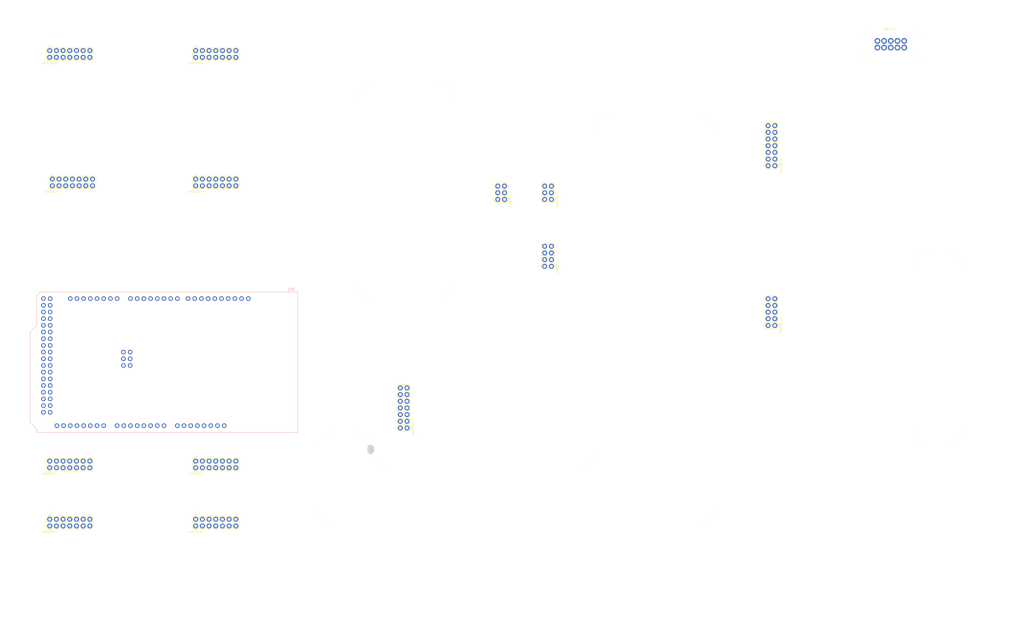
<source format=kicad_pcb>
(kicad_pcb (version 4) (host pcbnew 4.0.6)

  (general
    (links 0)
    (no_connects 0)
    (area 114.532649 80.639779 503.158557 316.865687)
    (thickness 1.6)
    (drawings 70)
    (tracks 0)
    (zones 0)
    (modules 16)
    (nets 92)
  )

  (page A2)
  (layers
    (0 F.Cu signal)
    (31 B.Cu signal)
    (32 B.Adhes user)
    (33 F.Adhes user)
    (34 B.Paste user)
    (35 F.Paste user)
    (36 B.SilkS user)
    (37 F.SilkS user)
    (38 B.Mask user)
    (39 F.Mask user)
    (40 Dwgs.User user)
    (41 Cmts.User user)
    (42 Eco1.User user)
    (43 Eco2.User user)
    (44 Edge.Cuts user)
    (45 Margin user)
    (46 B.CrtYd user)
    (47 F.CrtYd user)
    (48 B.Fab user)
    (49 F.Fab user)
  )

  (setup
    (last_trace_width 0.25)
    (trace_clearance 0.2)
    (zone_clearance 0.508)
    (zone_45_only no)
    (trace_min 0.2)
    (segment_width 0.2)
    (edge_width 0.005906)
    (via_size 0.6)
    (via_drill 0.4)
    (via_min_size 0.4)
    (via_min_drill 0.3)
    (uvia_size 0.3)
    (uvia_drill 0.1)
    (uvias_allowed no)
    (uvia_min_size 0.2)
    (uvia_min_drill 0.1)
    (pcb_text_width 0.3)
    (pcb_text_size 1.5 1.5)
    (mod_edge_width 0.15)
    (mod_text_size 1 1)
    (mod_text_width 0.15)
    (pad_size 1.8796 1.8796)
    (pad_drill 1.016)
    (pad_to_mask_clearance 0.2)
    (aux_axis_origin 0 0)
    (visible_elements 7FFFFFFF)
    (pcbplotparams
      (layerselection 0x00030_80000001)
      (usegerberextensions false)
      (excludeedgelayer true)
      (linewidth 0.100000)
      (plotframeref false)
      (viasonmask false)
      (mode 1)
      (useauxorigin false)
      (hpglpennumber 1)
      (hpglpenspeed 20)
      (hpglpendiameter 15)
      (hpglpenoverlay 2)
      (psnegative false)
      (psa4output false)
      (plotreference true)
      (plotvalue true)
      (plotinvisibletext false)
      (padsonsilk false)
      (subtractmaskfromsilk false)
      (outputformat 1)
      (mirror false)
      (drillshape 1)
      (scaleselection 1)
      (outputdirectory ""))
  )

  (net 0 "")
  (net 1 "Net-(XA1-PadRST2)")
  (net 2 "Net-(XA1-PadGND4)")
  (net 3 "Net-(XA1-PadMOSI)")
  (net 4 "Net-(XA1-PadSCK)")
  (net 5 "Net-(XA1-Pad5V2)")
  (net 6 "Net-(XA1-PadA0)")
  (net 7 "Net-(XA1-PadVIN)")
  (net 8 "Net-(XA1-PadGND3)")
  (net 9 "Net-(XA1-PadGND2)")
  (net 10 "Net-(XA1-Pad5V1)")
  (net 11 "Net-(XA1-Pad3V3)")
  (net 12 "Net-(XA1-PadRST1)")
  (net 13 "Net-(XA1-PadIORF)")
  (net 14 "Net-(XA1-PadD21)")
  (net 15 "Net-(XA1-PadD20)")
  (net 16 "Net-(XA1-PadD19)")
  (net 17 "Net-(XA1-PadD18)")
  (net 18 "Net-(XA1-PadD17)")
  (net 19 "Net-(XA1-PadD16)")
  (net 20 "Net-(XA1-PadD15)")
  (net 21 "Net-(XA1-PadD14)")
  (net 22 "Net-(XA1-PadD0)")
  (net 23 "Net-(XA1-PadD1)")
  (net 24 "Net-(XA1-PadD2)")
  (net 25 "Net-(XA1-PadD3)")
  (net 26 "Net-(XA1-PadD4)")
  (net 27 "Net-(XA1-PadD5)")
  (net 28 "Net-(XA1-PadD6)")
  (net 29 "Net-(XA1-PadD7)")
  (net 30 "Net-(XA1-PadGND1)")
  (net 31 "Net-(XA1-PadD8)")
  (net 32 "Net-(XA1-PadD9)")
  (net 33 "Net-(XA1-PadD10)")
  (net 34 "Net-(XA1-PadSCL)")
  (net 35 "Net-(XA1-PadSDA)")
  (net 36 "Net-(XA1-PadAREF)")
  (net 37 "Net-(XA1-PadD13)")
  (net 38 "Net-(XA1-PadD12)")
  (net 39 "Net-(XA1-PadD11)")
  (net 40 "Net-(XA1-PadA1)")
  (net 41 "Net-(XA1-PadA2)")
  (net 42 "Net-(XA1-PadA3)")
  (net 43 "Net-(XA1-PadA4)")
  (net 44 "Net-(XA1-PadA5)")
  (net 45 "Net-(XA1-PadA6)")
  (net 46 "Net-(XA1-PadA7)")
  (net 47 "Net-(XA1-PadA8)")
  (net 48 "Net-(XA1-PadA9)")
  (net 49 "Net-(XA1-PadA10)")
  (net 50 "Net-(XA1-PadA11)")
  (net 51 "Net-(XA1-PadA12)")
  (net 52 "Net-(XA1-PadA13)")
  (net 53 "Net-(XA1-PadA14)")
  (net 54 "Net-(XA1-PadA15)")
  (net 55 "Net-(XA1-Pad5V3)")
  (net 56 "Net-(XA1-Pad5V4)")
  (net 57 "Net-(XA1-PadD22)")
  (net 58 "Net-(XA1-PadD23)")
  (net 59 "Net-(XA1-PadD24)")
  (net 60 "Net-(XA1-PadD25)")
  (net 61 "Net-(XA1-PadD26)")
  (net 62 "Net-(XA1-PadD27)")
  (net 63 "Net-(XA1-PadD28)")
  (net 64 "Net-(XA1-PadD29)")
  (net 65 "Net-(XA1-PadD30)")
  (net 66 "Net-(XA1-PadD31)")
  (net 67 "Net-(XA1-PadD32)")
  (net 68 "Net-(XA1-PadD33)")
  (net 69 "Net-(XA1-PadD34)")
  (net 70 "Net-(XA1-PadD35)")
  (net 71 "Net-(XA1-PadD36)")
  (net 72 "Net-(XA1-PadD37)")
  (net 73 "Net-(XA1-PadD38)")
  (net 74 "Net-(XA1-PadD39)")
  (net 75 "Net-(XA1-PadD40)")
  (net 76 "Net-(XA1-PadD41)")
  (net 77 "Net-(XA1-PadD42)")
  (net 78 "Net-(XA1-PadD43)")
  (net 79 "Net-(XA1-PadD44)")
  (net 80 "Net-(XA1-PadD45)")
  (net 81 "Net-(XA1-PadD46)")
  (net 82 "Net-(XA1-PadD47)")
  (net 83 "Net-(XA1-PadD48)")
  (net 84 "Net-(XA1-PadD49)")
  (net 85 "Net-(XA1-PadD50)")
  (net 86 "Net-(XA1-PadD51)")
  (net 87 "Net-(XA1-PadD52)")
  (net 88 "Net-(XA1-PadD53)")
  (net 89 "Net-(XA1-PadGND5)")
  (net 90 "Net-(XA1-PadGND6)")
  (net 91 "Net-(XA1-PadMISO)")

  (net_class Default "This is the default net class."
    (clearance 0.2)
    (trace_width 0.25)
    (via_dia 0.6)
    (via_drill 0.4)
    (uvia_dia 0.3)
    (uvia_drill 0.1)
    (add_net "Net-(XA1-Pad3V3)")
    (add_net "Net-(XA1-Pad5V1)")
    (add_net "Net-(XA1-Pad5V2)")
    (add_net "Net-(XA1-Pad5V3)")
    (add_net "Net-(XA1-Pad5V4)")
    (add_net "Net-(XA1-PadA0)")
    (add_net "Net-(XA1-PadA1)")
    (add_net "Net-(XA1-PadA10)")
    (add_net "Net-(XA1-PadA11)")
    (add_net "Net-(XA1-PadA12)")
    (add_net "Net-(XA1-PadA13)")
    (add_net "Net-(XA1-PadA14)")
    (add_net "Net-(XA1-PadA15)")
    (add_net "Net-(XA1-PadA2)")
    (add_net "Net-(XA1-PadA3)")
    (add_net "Net-(XA1-PadA4)")
    (add_net "Net-(XA1-PadA5)")
    (add_net "Net-(XA1-PadA6)")
    (add_net "Net-(XA1-PadA7)")
    (add_net "Net-(XA1-PadA8)")
    (add_net "Net-(XA1-PadA9)")
    (add_net "Net-(XA1-PadAREF)")
    (add_net "Net-(XA1-PadD0)")
    (add_net "Net-(XA1-PadD1)")
    (add_net "Net-(XA1-PadD10)")
    (add_net "Net-(XA1-PadD11)")
    (add_net "Net-(XA1-PadD12)")
    (add_net "Net-(XA1-PadD13)")
    (add_net "Net-(XA1-PadD14)")
    (add_net "Net-(XA1-PadD15)")
    (add_net "Net-(XA1-PadD16)")
    (add_net "Net-(XA1-PadD17)")
    (add_net "Net-(XA1-PadD18)")
    (add_net "Net-(XA1-PadD19)")
    (add_net "Net-(XA1-PadD2)")
    (add_net "Net-(XA1-PadD20)")
    (add_net "Net-(XA1-PadD21)")
    (add_net "Net-(XA1-PadD22)")
    (add_net "Net-(XA1-PadD23)")
    (add_net "Net-(XA1-PadD24)")
    (add_net "Net-(XA1-PadD25)")
    (add_net "Net-(XA1-PadD26)")
    (add_net "Net-(XA1-PadD27)")
    (add_net "Net-(XA1-PadD28)")
    (add_net "Net-(XA1-PadD29)")
    (add_net "Net-(XA1-PadD3)")
    (add_net "Net-(XA1-PadD30)")
    (add_net "Net-(XA1-PadD31)")
    (add_net "Net-(XA1-PadD32)")
    (add_net "Net-(XA1-PadD33)")
    (add_net "Net-(XA1-PadD34)")
    (add_net "Net-(XA1-PadD35)")
    (add_net "Net-(XA1-PadD36)")
    (add_net "Net-(XA1-PadD37)")
    (add_net "Net-(XA1-PadD38)")
    (add_net "Net-(XA1-PadD39)")
    (add_net "Net-(XA1-PadD4)")
    (add_net "Net-(XA1-PadD40)")
    (add_net "Net-(XA1-PadD41)")
    (add_net "Net-(XA1-PadD42)")
    (add_net "Net-(XA1-PadD43)")
    (add_net "Net-(XA1-PadD44)")
    (add_net "Net-(XA1-PadD45)")
    (add_net "Net-(XA1-PadD46)")
    (add_net "Net-(XA1-PadD47)")
    (add_net "Net-(XA1-PadD48)")
    (add_net "Net-(XA1-PadD49)")
    (add_net "Net-(XA1-PadD5)")
    (add_net "Net-(XA1-PadD50)")
    (add_net "Net-(XA1-PadD51)")
    (add_net "Net-(XA1-PadD52)")
    (add_net "Net-(XA1-PadD53)")
    (add_net "Net-(XA1-PadD6)")
    (add_net "Net-(XA1-PadD7)")
    (add_net "Net-(XA1-PadD8)")
    (add_net "Net-(XA1-PadD9)")
    (add_net "Net-(XA1-PadGND1)")
    (add_net "Net-(XA1-PadGND2)")
    (add_net "Net-(XA1-PadGND3)")
    (add_net "Net-(XA1-PadGND4)")
    (add_net "Net-(XA1-PadGND5)")
    (add_net "Net-(XA1-PadGND6)")
    (add_net "Net-(XA1-PadIORF)")
    (add_net "Net-(XA1-PadMISO)")
    (add_net "Net-(XA1-PadMOSI)")
    (add_net "Net-(XA1-PadRST1)")
    (add_net "Net-(XA1-PadRST2)")
    (add_net "Net-(XA1-PadSCK)")
    (add_net "Net-(XA1-PadSCL)")
    (add_net "Net-(XA1-PadSDA)")
    (add_net "Net-(XA1-PadVIN)")
  )

  (module Conn_02x07:2X8 (layer F.Cu) (tedit 5E457F6C) (tstamp 5EC95AF9)
    (at 133.4 102.4)
    (descr "PLATED THROUGH HOLE - 2X8")
    (tags "PLATED THROUGH HOLE - 2X8")
    (attr virtual)
    (fp_text reference J4 (at 0 -4.318) (layer F.SilkS)
      (effects (font (size 0.6096 0.6096) (thickness 0.127)))
    )
    (fp_text value CONN_01X14 (at 0 2.286) (layer F.SilkS)
      (effects (font (size 0.6096 0.6096) (thickness 0.127)))
    )
    (fp_line (start 0.635 1.27) (end 1.27 0.635) (layer F.SilkS) (width 0.2032))
    (fp_line (start 1.27 0.635) (end 1.905 1.27) (layer F.SilkS) (width 0.2032))
    (fp_line (start 3.175 1.27) (end 3.81 0.635) (layer F.SilkS) (width 0.2032))
    (fp_line (start 3.81 0.635) (end 4.445 1.27) (layer F.SilkS) (width 0.2032))
    (fp_line (start 5.715 1.27) (end 6.35 0.635) (layer F.SilkS) (width 0.2032))
    (fp_line (start 6.35 0.635) (end 6.985 1.27) (layer F.SilkS) (width 0.2032))
    (fp_line (start 8.255 1.27) (end 8.89 0.635) (layer F.SilkS) (width 0.2032))
    (fp_line (start 8.89 0.635) (end 9.525 1.27) (layer F.SilkS) (width 0.2032))
    (fp_line (start 10.795 1.27) (end 11.43 0.635) (layer F.SilkS) (width 0.2032))
    (fp_line (start 11.43 0.635) (end 12.065 1.27) (layer F.SilkS) (width 0.2032))
    (fp_line (start 13.335 1.27) (end 13.97 0.635) (layer F.SilkS) (width 0.2032))
    (fp_line (start -0.635 -3.81) (end 0.635 -3.81) (layer F.SilkS) (width 0.2032))
    (fp_line (start 0.635 -3.81) (end 1.27 -3.175) (layer F.SilkS) (width 0.2032))
    (fp_line (start 1.27 -3.175) (end 1.905 -3.81) (layer F.SilkS) (width 0.2032))
    (fp_line (start 1.905 -3.81) (end 3.175 -3.81) (layer F.SilkS) (width 0.2032))
    (fp_line (start 3.175 -3.81) (end 3.81 -3.175) (layer F.SilkS) (width 0.2032))
    (fp_line (start 3.81 -3.175) (end 4.445 -3.81) (layer F.SilkS) (width 0.2032))
    (fp_line (start 4.445 -3.81) (end 5.715 -3.81) (layer F.SilkS) (width 0.2032))
    (fp_line (start 5.715 -3.81) (end 6.35 -3.175) (layer F.SilkS) (width 0.2032))
    (fp_line (start 6.35 -3.175) (end 6.985 -3.81) (layer F.SilkS) (width 0.2032))
    (fp_line (start 6.985 -3.81) (end 8.255 -3.81) (layer F.SilkS) (width 0.2032))
    (fp_line (start 8.255 -3.81) (end 8.89 -3.175) (layer F.SilkS) (width 0.2032))
    (fp_line (start 8.89 -3.175) (end 9.525 -3.81) (layer F.SilkS) (width 0.2032))
    (fp_line (start 9.525 -3.81) (end 10.795 -3.81) (layer F.SilkS) (width 0.2032))
    (fp_line (start 10.795 -3.81) (end 11.43 -3.175) (layer F.SilkS) (width 0.2032))
    (fp_line (start 11.43 -3.175) (end 12.065 -3.81) (layer F.SilkS) (width 0.2032))
    (fp_line (start 12.065 -3.81) (end 13.335 -3.81) (layer F.SilkS) (width 0.2032))
    (fp_line (start 13.335 -3.81) (end 13.97 -3.175) (layer F.SilkS) (width 0.2032))
    (fp_line (start 13.97 -3.175) (end 14.605 -3.81) (layer F.SilkS) (width 0.2032))
    (fp_line (start 14.605 -3.81) (end 15.875 -3.81) (layer F.SilkS) (width 0.2032))
    (fp_line (start 15.875 -3.81) (end 16.51 -3.175) (layer F.SilkS) (width 0.2032))
    (fp_line (start 16.51 0.635) (end 15.875 1.27) (layer F.SilkS) (width 0.2032))
    (fp_line (start 13.97 0.635) (end 14.605 1.27) (layer F.SilkS) (width 0.2032))
    (fp_line (start 1.27 -3.175) (end 1.27 0.635) (layer F.SilkS) (width 0.2032))
    (fp_line (start 3.81 -3.175) (end 3.81 0.635) (layer F.SilkS) (width 0.2032))
    (fp_line (start 6.35 -3.175) (end 6.35 0.635) (layer F.SilkS) (width 0.2032))
    (fp_line (start 8.89 -3.175) (end 8.89 0.635) (layer F.SilkS) (width 0.2032))
    (fp_line (start 11.43 -3.175) (end 11.43 0.635) (layer F.SilkS) (width 0.2032))
    (fp_line (start 13.97 -3.175) (end 13.97 0.635) (layer F.SilkS) (width 0.2032))
    (fp_line (start 16.51 -3.175) (end 16.51 0.635) (layer F.SilkS) (width 0.2032))
    (fp_line (start 14.605 1.27) (end 15.875 1.27) (layer F.SilkS) (width 0.2032))
    (fp_line (start 12.065 1.27) (end 13.335 1.27) (layer F.SilkS) (width 0.2032))
    (fp_line (start 9.525 1.27) (end 10.795 1.27) (layer F.SilkS) (width 0.2032))
    (fp_line (start 6.985 1.27) (end 8.255 1.27) (layer F.SilkS) (width 0.2032))
    (fp_line (start 4.445 1.27) (end 5.715 1.27) (layer F.SilkS) (width 0.2032))
    (fp_line (start 1.905 1.27) (end 3.175 1.27) (layer F.SilkS) (width 0.2032))
    (fp_line (start -0.635 1.27) (end 0.635 1.27) (layer F.SilkS) (width 0.2032))
    (fp_line (start -1.27 0.635) (end -0.635 1.27) (layer F.SilkS) (width 0.2032))
    (fp_line (start -1.27 0.635) (end -1.27 -3.175) (layer F.SilkS) (width 0.2032))
    (fp_line (start -1.27 -3.175) (end -0.635 -3.81) (layer F.SilkS) (width 0.2032))
    (fp_line (start -0.762 1.651) (end 0.635 1.651) (layer F.SilkS) (width 0.2032))
    (fp_line (start 0.635 1.651) (end -0.762 1.651) (layer F.SilkS) (width 0.2032))
    (pad 1 thru_hole circle (at 0 0) (size 1.8796 1.8796) (drill 1.016) (layers *.Cu *.Mask)
      (solder_mask_margin 0.1016))
    (pad 2 thru_hole circle (at 0 -2.54) (size 1.8796 1.8796) (drill 1.016) (layers *.Cu *.Mask)
      (solder_mask_margin 0.1016))
    (pad 3 thru_hole circle (at 2.54 0) (size 1.8796 1.8796) (drill 1.016) (layers *.Cu *.Mask)
      (solder_mask_margin 0.1016))
    (pad 4 thru_hole circle (at 2.54 -2.54) (size 1.8796 1.8796) (drill 1.016) (layers *.Cu *.Mask)
      (solder_mask_margin 0.1016))
    (pad 5 thru_hole circle (at 5.08 0) (size 1.8796 1.8796) (drill 1.016) (layers *.Cu *.Mask)
      (solder_mask_margin 0.1016))
    (pad 6 thru_hole circle (at 5.08 -2.54) (size 1.8796 1.8796) (drill 1.016) (layers *.Cu *.Mask)
      (solder_mask_margin 0.1016))
    (pad 7 thru_hole circle (at 7.62 0) (size 1.8796 1.8796) (drill 1.016) (layers *.Cu *.Mask)
      (solder_mask_margin 0.1016))
    (pad 8 thru_hole circle (at 7.62 -2.54) (size 1.8796 1.8796) (drill 1.016) (layers *.Cu *.Mask)
      (solder_mask_margin 0.1016))
    (pad 9 thru_hole circle (at 10.16 0) (size 1.8796 1.8796) (drill 1.016) (layers *.Cu *.Mask)
      (solder_mask_margin 0.1016))
    (pad 10 thru_hole circle (at 10.16 -2.54) (size 1.8796 1.8796) (drill 1.016) (layers *.Cu *.Mask)
      (solder_mask_margin 0.1016))
    (pad 11 thru_hole circle (at 12.7 0) (size 1.8796 1.8796) (drill 1.016) (layers *.Cu *.Mask)
      (solder_mask_margin 0.1016))
    (pad 12 thru_hole circle (at 12.7 -2.54) (size 1.8796 1.8796) (drill 1.016) (layers *.Cu *.Mask)
      (solder_mask_margin 0.1016))
    (pad 13 thru_hole circle (at 15.24 0) (size 1.8796 1.8796) (drill 1.016) (layers *.Cu *.Mask)
      (solder_mask_margin 0.1016))
    (pad 14 thru_hole circle (at 15.24 -2.54) (size 1.8796 1.8796) (drill 1.016) (layers *.Cu *.Mask)
      (solder_mask_margin 0.1016))
  )

  (module Conn_02x07:2X8 (layer F.Cu) (tedit 5CA37029) (tstamp 5EC95AB4)
    (at 188.8 102.4)
    (descr "PLATED THROUGH HOLE - 2X8")
    (tags "PLATED THROUGH HOLE - 2X8")
    (attr virtual)
    (fp_text reference J4 (at 0 -4.318) (layer F.SilkS)
      (effects (font (size 0.6096 0.6096) (thickness 0.127)))
    )
    (fp_text value CONN_01X14 (at 0 2.286) (layer F.SilkS)
      (effects (font (size 0.6096 0.6096) (thickness 0.127)))
    )
    (fp_line (start 0.635 1.27) (end 1.27 0.635) (layer F.SilkS) (width 0.2032))
    (fp_line (start 1.27 0.635) (end 1.905 1.27) (layer F.SilkS) (width 0.2032))
    (fp_line (start 3.175 1.27) (end 3.81 0.635) (layer F.SilkS) (width 0.2032))
    (fp_line (start 3.81 0.635) (end 4.445 1.27) (layer F.SilkS) (width 0.2032))
    (fp_line (start 5.715 1.27) (end 6.35 0.635) (layer F.SilkS) (width 0.2032))
    (fp_line (start 6.35 0.635) (end 6.985 1.27) (layer F.SilkS) (width 0.2032))
    (fp_line (start 8.255 1.27) (end 8.89 0.635) (layer F.SilkS) (width 0.2032))
    (fp_line (start 8.89 0.635) (end 9.525 1.27) (layer F.SilkS) (width 0.2032))
    (fp_line (start 10.795 1.27) (end 11.43 0.635) (layer F.SilkS) (width 0.2032))
    (fp_line (start 11.43 0.635) (end 12.065 1.27) (layer F.SilkS) (width 0.2032))
    (fp_line (start 13.335 1.27) (end 13.97 0.635) (layer F.SilkS) (width 0.2032))
    (fp_line (start -0.635 -3.81) (end 0.635 -3.81) (layer F.SilkS) (width 0.2032))
    (fp_line (start 0.635 -3.81) (end 1.27 -3.175) (layer F.SilkS) (width 0.2032))
    (fp_line (start 1.27 -3.175) (end 1.905 -3.81) (layer F.SilkS) (width 0.2032))
    (fp_line (start 1.905 -3.81) (end 3.175 -3.81) (layer F.SilkS) (width 0.2032))
    (fp_line (start 3.175 -3.81) (end 3.81 -3.175) (layer F.SilkS) (width 0.2032))
    (fp_line (start 3.81 -3.175) (end 4.445 -3.81) (layer F.SilkS) (width 0.2032))
    (fp_line (start 4.445 -3.81) (end 5.715 -3.81) (layer F.SilkS) (width 0.2032))
    (fp_line (start 5.715 -3.81) (end 6.35 -3.175) (layer F.SilkS) (width 0.2032))
    (fp_line (start 6.35 -3.175) (end 6.985 -3.81) (layer F.SilkS) (width 0.2032))
    (fp_line (start 6.985 -3.81) (end 8.255 -3.81) (layer F.SilkS) (width 0.2032))
    (fp_line (start 8.255 -3.81) (end 8.89 -3.175) (layer F.SilkS) (width 0.2032))
    (fp_line (start 8.89 -3.175) (end 9.525 -3.81) (layer F.SilkS) (width 0.2032))
    (fp_line (start 9.525 -3.81) (end 10.795 -3.81) (layer F.SilkS) (width 0.2032))
    (fp_line (start 10.795 -3.81) (end 11.43 -3.175) (layer F.SilkS) (width 0.2032))
    (fp_line (start 11.43 -3.175) (end 12.065 -3.81) (layer F.SilkS) (width 0.2032))
    (fp_line (start 12.065 -3.81) (end 13.335 -3.81) (layer F.SilkS) (width 0.2032))
    (fp_line (start 13.335 -3.81) (end 13.97 -3.175) (layer F.SilkS) (width 0.2032))
    (fp_line (start 13.97 -3.175) (end 14.605 -3.81) (layer F.SilkS) (width 0.2032))
    (fp_line (start 14.605 -3.81) (end 15.875 -3.81) (layer F.SilkS) (width 0.2032))
    (fp_line (start 15.875 -3.81) (end 16.51 -3.175) (layer F.SilkS) (width 0.2032))
    (fp_line (start 16.51 0.635) (end 15.875 1.27) (layer F.SilkS) (width 0.2032))
    (fp_line (start 13.97 0.635) (end 14.605 1.27) (layer F.SilkS) (width 0.2032))
    (fp_line (start 1.27 -3.175) (end 1.27 0.635) (layer F.SilkS) (width 0.2032))
    (fp_line (start 3.81 -3.175) (end 3.81 0.635) (layer F.SilkS) (width 0.2032))
    (fp_line (start 6.35 -3.175) (end 6.35 0.635) (layer F.SilkS) (width 0.2032))
    (fp_line (start 8.89 -3.175) (end 8.89 0.635) (layer F.SilkS) (width 0.2032))
    (fp_line (start 11.43 -3.175) (end 11.43 0.635) (layer F.SilkS) (width 0.2032))
    (fp_line (start 13.97 -3.175) (end 13.97 0.635) (layer F.SilkS) (width 0.2032))
    (fp_line (start 16.51 -3.175) (end 16.51 0.635) (layer F.SilkS) (width 0.2032))
    (fp_line (start 14.605 1.27) (end 15.875 1.27) (layer F.SilkS) (width 0.2032))
    (fp_line (start 12.065 1.27) (end 13.335 1.27) (layer F.SilkS) (width 0.2032))
    (fp_line (start 9.525 1.27) (end 10.795 1.27) (layer F.SilkS) (width 0.2032))
    (fp_line (start 6.985 1.27) (end 8.255 1.27) (layer F.SilkS) (width 0.2032))
    (fp_line (start 4.445 1.27) (end 5.715 1.27) (layer F.SilkS) (width 0.2032))
    (fp_line (start 1.905 1.27) (end 3.175 1.27) (layer F.SilkS) (width 0.2032))
    (fp_line (start -0.635 1.27) (end 0.635 1.27) (layer F.SilkS) (width 0.2032))
    (fp_line (start -1.27 0.635) (end -0.635 1.27) (layer F.SilkS) (width 0.2032))
    (fp_line (start -1.27 0.635) (end -1.27 -3.175) (layer F.SilkS) (width 0.2032))
    (fp_line (start -1.27 -3.175) (end -0.635 -3.81) (layer F.SilkS) (width 0.2032))
    (fp_line (start -0.762 1.651) (end 0.635 1.651) (layer F.SilkS) (width 0.2032))
    (fp_line (start 0.635 1.651) (end -0.762 1.651) (layer F.SilkS) (width 0.2032))
    (pad 1 thru_hole circle (at 0 0) (size 1.8796 1.8796) (drill 1.016) (layers *.Cu *.Mask)
      (solder_mask_margin 0.1016))
    (pad 2 thru_hole circle (at 0 -2.54) (size 1.8796 1.8796) (drill 1.016) (layers *.Cu *.Mask)
      (solder_mask_margin 0.1016))
    (pad 3 thru_hole circle (at 2.54 0) (size 1.8796 1.8796) (drill 1.016) (layers *.Cu *.Mask)
      (solder_mask_margin 0.1016))
    (pad 4 thru_hole circle (at 2.54 -2.54) (size 1.8796 1.8796) (drill 1.016) (layers *.Cu *.Mask)
      (solder_mask_margin 0.1016))
    (pad 5 thru_hole circle (at 5.08 0) (size 1.8796 1.8796) (drill 1.016) (layers *.Cu *.Mask)
      (solder_mask_margin 0.1016))
    (pad 6 thru_hole circle (at 5.08 -2.54) (size 1.8796 1.8796) (drill 1.016) (layers *.Cu *.Mask)
      (solder_mask_margin 0.1016))
    (pad 7 thru_hole circle (at 7.62 0) (size 1.8796 1.8796) (drill 1.016) (layers *.Cu *.Mask)
      (solder_mask_margin 0.1016))
    (pad 8 thru_hole circle (at 7.62 -2.54) (size 1.8796 1.8796) (drill 1.016) (layers *.Cu *.Mask)
      (solder_mask_margin 0.1016))
    (pad 9 thru_hole circle (at 10.16 0) (size 1.8796 1.8796) (drill 1.016) (layers *.Cu *.Mask)
      (solder_mask_margin 0.1016))
    (pad 10 thru_hole circle (at 10.16 -2.54) (size 1.8796 1.8796) (drill 1.016) (layers *.Cu *.Mask)
      (solder_mask_margin 0.1016))
    (pad 11 thru_hole circle (at 12.7 0) (size 1.8796 1.8796) (drill 1.016) (layers *.Cu *.Mask)
      (solder_mask_margin 0.1016))
    (pad 12 thru_hole circle (at 12.7 -2.54) (size 1.8796 1.8796) (drill 1.016) (layers *.Cu *.Mask)
      (solder_mask_margin 0.1016))
    (pad 13 thru_hole circle (at 15.24 0) (size 1.8796 1.8796) (drill 1.016) (layers *.Cu *.Mask)
      (solder_mask_margin 0.1016))
    (pad 14 thru_hole circle (at 15.24 -2.54) (size 1.8796 1.8796) (drill 1.016) (layers *.Cu *.Mask)
      (solder_mask_margin 0.1016))
  )

  (module Conn_02x07:2X8 (layer F.Cu) (tedit 5CA37029) (tstamp 5EB68071)
    (at 188.8 151.2)
    (descr "PLATED THROUGH HOLE - 2X8")
    (tags "PLATED THROUGH HOLE - 2X8")
    (attr virtual)
    (fp_text reference J4 (at 0 -4.318) (layer F.SilkS)
      (effects (font (size 0.6096 0.6096) (thickness 0.127)))
    )
    (fp_text value CONN_01X14 (at 0 2.286) (layer F.SilkS)
      (effects (font (size 0.6096 0.6096) (thickness 0.127)))
    )
    (fp_line (start 0.635 1.27) (end 1.27 0.635) (layer F.SilkS) (width 0.2032))
    (fp_line (start 1.27 0.635) (end 1.905 1.27) (layer F.SilkS) (width 0.2032))
    (fp_line (start 3.175 1.27) (end 3.81 0.635) (layer F.SilkS) (width 0.2032))
    (fp_line (start 3.81 0.635) (end 4.445 1.27) (layer F.SilkS) (width 0.2032))
    (fp_line (start 5.715 1.27) (end 6.35 0.635) (layer F.SilkS) (width 0.2032))
    (fp_line (start 6.35 0.635) (end 6.985 1.27) (layer F.SilkS) (width 0.2032))
    (fp_line (start 8.255 1.27) (end 8.89 0.635) (layer F.SilkS) (width 0.2032))
    (fp_line (start 8.89 0.635) (end 9.525 1.27) (layer F.SilkS) (width 0.2032))
    (fp_line (start 10.795 1.27) (end 11.43 0.635) (layer F.SilkS) (width 0.2032))
    (fp_line (start 11.43 0.635) (end 12.065 1.27) (layer F.SilkS) (width 0.2032))
    (fp_line (start 13.335 1.27) (end 13.97 0.635) (layer F.SilkS) (width 0.2032))
    (fp_line (start -0.635 -3.81) (end 0.635 -3.81) (layer F.SilkS) (width 0.2032))
    (fp_line (start 0.635 -3.81) (end 1.27 -3.175) (layer F.SilkS) (width 0.2032))
    (fp_line (start 1.27 -3.175) (end 1.905 -3.81) (layer F.SilkS) (width 0.2032))
    (fp_line (start 1.905 -3.81) (end 3.175 -3.81) (layer F.SilkS) (width 0.2032))
    (fp_line (start 3.175 -3.81) (end 3.81 -3.175) (layer F.SilkS) (width 0.2032))
    (fp_line (start 3.81 -3.175) (end 4.445 -3.81) (layer F.SilkS) (width 0.2032))
    (fp_line (start 4.445 -3.81) (end 5.715 -3.81) (layer F.SilkS) (width 0.2032))
    (fp_line (start 5.715 -3.81) (end 6.35 -3.175) (layer F.SilkS) (width 0.2032))
    (fp_line (start 6.35 -3.175) (end 6.985 -3.81) (layer F.SilkS) (width 0.2032))
    (fp_line (start 6.985 -3.81) (end 8.255 -3.81) (layer F.SilkS) (width 0.2032))
    (fp_line (start 8.255 -3.81) (end 8.89 -3.175) (layer F.SilkS) (width 0.2032))
    (fp_line (start 8.89 -3.175) (end 9.525 -3.81) (layer F.SilkS) (width 0.2032))
    (fp_line (start 9.525 -3.81) (end 10.795 -3.81) (layer F.SilkS) (width 0.2032))
    (fp_line (start 10.795 -3.81) (end 11.43 -3.175) (layer F.SilkS) (width 0.2032))
    (fp_line (start 11.43 -3.175) (end 12.065 -3.81) (layer F.SilkS) (width 0.2032))
    (fp_line (start 12.065 -3.81) (end 13.335 -3.81) (layer F.SilkS) (width 0.2032))
    (fp_line (start 13.335 -3.81) (end 13.97 -3.175) (layer F.SilkS) (width 0.2032))
    (fp_line (start 13.97 -3.175) (end 14.605 -3.81) (layer F.SilkS) (width 0.2032))
    (fp_line (start 14.605 -3.81) (end 15.875 -3.81) (layer F.SilkS) (width 0.2032))
    (fp_line (start 15.875 -3.81) (end 16.51 -3.175) (layer F.SilkS) (width 0.2032))
    (fp_line (start 16.51 0.635) (end 15.875 1.27) (layer F.SilkS) (width 0.2032))
    (fp_line (start 13.97 0.635) (end 14.605 1.27) (layer F.SilkS) (width 0.2032))
    (fp_line (start 1.27 -3.175) (end 1.27 0.635) (layer F.SilkS) (width 0.2032))
    (fp_line (start 3.81 -3.175) (end 3.81 0.635) (layer F.SilkS) (width 0.2032))
    (fp_line (start 6.35 -3.175) (end 6.35 0.635) (layer F.SilkS) (width 0.2032))
    (fp_line (start 8.89 -3.175) (end 8.89 0.635) (layer F.SilkS) (width 0.2032))
    (fp_line (start 11.43 -3.175) (end 11.43 0.635) (layer F.SilkS) (width 0.2032))
    (fp_line (start 13.97 -3.175) (end 13.97 0.635) (layer F.SilkS) (width 0.2032))
    (fp_line (start 16.51 -3.175) (end 16.51 0.635) (layer F.SilkS) (width 0.2032))
    (fp_line (start 14.605 1.27) (end 15.875 1.27) (layer F.SilkS) (width 0.2032))
    (fp_line (start 12.065 1.27) (end 13.335 1.27) (layer F.SilkS) (width 0.2032))
    (fp_line (start 9.525 1.27) (end 10.795 1.27) (layer F.SilkS) (width 0.2032))
    (fp_line (start 6.985 1.27) (end 8.255 1.27) (layer F.SilkS) (width 0.2032))
    (fp_line (start 4.445 1.27) (end 5.715 1.27) (layer F.SilkS) (width 0.2032))
    (fp_line (start 1.905 1.27) (end 3.175 1.27) (layer F.SilkS) (width 0.2032))
    (fp_line (start -0.635 1.27) (end 0.635 1.27) (layer F.SilkS) (width 0.2032))
    (fp_line (start -1.27 0.635) (end -0.635 1.27) (layer F.SilkS) (width 0.2032))
    (fp_line (start -1.27 0.635) (end -1.27 -3.175) (layer F.SilkS) (width 0.2032))
    (fp_line (start -1.27 -3.175) (end -0.635 -3.81) (layer F.SilkS) (width 0.2032))
    (fp_line (start -0.762 1.651) (end 0.635 1.651) (layer F.SilkS) (width 0.2032))
    (fp_line (start 0.635 1.651) (end -0.762 1.651) (layer F.SilkS) (width 0.2032))
    (pad 1 thru_hole circle (at 0 0) (size 1.8796 1.8796) (drill 1.016) (layers *.Cu *.Mask)
      (solder_mask_margin 0.1016))
    (pad 2 thru_hole circle (at 0 -2.54) (size 1.8796 1.8796) (drill 1.016) (layers *.Cu *.Mask)
      (solder_mask_margin 0.1016))
    (pad 3 thru_hole circle (at 2.54 0) (size 1.8796 1.8796) (drill 1.016) (layers *.Cu *.Mask)
      (solder_mask_margin 0.1016))
    (pad 4 thru_hole circle (at 2.54 -2.54) (size 1.8796 1.8796) (drill 1.016) (layers *.Cu *.Mask)
      (solder_mask_margin 0.1016))
    (pad 5 thru_hole circle (at 5.08 0) (size 1.8796 1.8796) (drill 1.016) (layers *.Cu *.Mask)
      (solder_mask_margin 0.1016))
    (pad 6 thru_hole circle (at 5.08 -2.54) (size 1.8796 1.8796) (drill 1.016) (layers *.Cu *.Mask)
      (solder_mask_margin 0.1016))
    (pad 7 thru_hole circle (at 7.62 0) (size 1.8796 1.8796) (drill 1.016) (layers *.Cu *.Mask)
      (solder_mask_margin 0.1016))
    (pad 8 thru_hole circle (at 7.62 -2.54) (size 1.8796 1.8796) (drill 1.016) (layers *.Cu *.Mask)
      (solder_mask_margin 0.1016))
    (pad 9 thru_hole circle (at 10.16 0) (size 1.8796 1.8796) (drill 1.016) (layers *.Cu *.Mask)
      (solder_mask_margin 0.1016))
    (pad 10 thru_hole circle (at 10.16 -2.54) (size 1.8796 1.8796) (drill 1.016) (layers *.Cu *.Mask)
      (solder_mask_margin 0.1016))
    (pad 11 thru_hole circle (at 12.7 0) (size 1.8796 1.8796) (drill 1.016) (layers *.Cu *.Mask)
      (solder_mask_margin 0.1016))
    (pad 12 thru_hole circle (at 12.7 -2.54) (size 1.8796 1.8796) (drill 1.016) (layers *.Cu *.Mask)
      (solder_mask_margin 0.1016))
    (pad 13 thru_hole circle (at 15.24 0) (size 1.8796 1.8796) (drill 1.016) (layers *.Cu *.Mask)
      (solder_mask_margin 0.1016))
    (pad 14 thru_hole circle (at 15.24 -2.54) (size 1.8796 1.8796) (drill 1.016) (layers *.Cu *.Mask)
      (solder_mask_margin 0.1016))
  )

  (module Arduino:Arduino_Mega2560_Shield (layer B.Cu) (tedit 5A8605D3) (tstamp 5E14C719)
    (at 227.5586 244.856 180)
    (descr https://store.arduino.cc/arduino-mega-2560-rev3)
    (path /5E14C575)
    (fp_text reference XA1 (at 2.54 54.356 180) (layer B.SilkS)
      (effects (font (size 1 1) (thickness 0.15)) (justify mirror))
    )
    (fp_text value U1 (at 15.494 54.356 180) (layer B.Fab)
      (effects (font (size 1 1) (thickness 0.15)) (justify mirror))
    )
    (fp_line (start 9.525 32.385) (end -6.35 32.385) (layer F.CrtYd) (width 0.15))
    (fp_line (start 9.525 43.815) (end -6.35 43.815) (layer F.CrtYd) (width 0.15))
    (fp_line (start 9.525 43.815) (end 9.525 32.385) (layer F.CrtYd) (width 0.15))
    (fp_line (start -6.35 43.815) (end -6.35 32.385) (layer F.CrtYd) (width 0.15))
    (fp_text user . (at 62.484 32.004 180) (layer B.SilkS)
      (effects (font (size 1 1) (thickness 0.15)) (justify mirror))
    )
    (fp_line (start 11.43 12.065) (end 11.43 3.175) (layer F.CrtYd) (width 0.15))
    (fp_line (start -1.905 3.175) (end 11.43 3.175) (layer F.CrtYd) (width 0.15))
    (fp_line (start -1.905 12.065) (end -1.905 3.175) (layer F.CrtYd) (width 0.15))
    (fp_line (start -1.905 12.065) (end 11.43 12.065) (layer F.CrtYd) (width 0.15))
    (fp_line (start 0 53.34) (end 0 0) (layer B.SilkS) (width 0.15))
    (fp_line (start 99.06 40.64) (end 99.06 51.816) (layer B.SilkS) (width 0.15))
    (fp_line (start 101.6 38.1) (end 99.06 40.64) (layer B.SilkS) (width 0.15))
    (fp_line (start 101.6 3.81) (end 101.6 38.1) (layer B.SilkS) (width 0.15))
    (fp_line (start 99.06 1.27) (end 101.6 3.81) (layer B.SilkS) (width 0.15))
    (fp_line (start 99.06 0) (end 99.06 1.27) (layer B.SilkS) (width 0.15))
    (fp_line (start 97.536 53.34) (end 99.06 51.816) (layer B.SilkS) (width 0.15))
    (fp_line (start 0 0) (end 99.06 0) (layer B.SilkS) (width 0.15))
    (fp_line (start 0 53.34) (end 97.536 53.34) (layer B.SilkS) (width 0.15))
    (pad RST2 thru_hole oval (at 63.627 25.4 180) (size 1.7272 1.7272) (drill 1.016) (layers *.Cu *.Mask)
      (net 1 "Net-(XA1-PadRST2)"))
    (pad GND4 thru_hole oval (at 66.167 25.4 180) (size 1.7272 1.7272) (drill 1.016) (layers *.Cu *.Mask)
      (net 2 "Net-(XA1-PadGND4)"))
    (pad MOSI thru_hole oval (at 66.167 27.94 180) (size 1.7272 1.7272) (drill 1.016) (layers *.Cu *.Mask)
      (net 3 "Net-(XA1-PadMOSI)"))
    (pad SCK thru_hole oval (at 63.627 27.94 180) (size 1.7272 1.7272) (drill 1.016) (layers *.Cu *.Mask)
      (net 4 "Net-(XA1-PadSCK)"))
    (pad 5V2 thru_hole oval (at 66.167 30.48 180) (size 1.7272 1.7272) (drill 1.016) (layers *.Cu *.Mask)
      (net 5 "Net-(XA1-Pad5V2)"))
    (pad A0 thru_hole oval (at 50.8 2.54 180) (size 1.7272 1.7272) (drill 1.016) (layers *.Cu *.Mask)
      (net 6 "Net-(XA1-PadA0)"))
    (pad VIN thru_hole oval (at 45.72 2.54 180) (size 1.7272 1.7272) (drill 1.016) (layers *.Cu *.Mask)
      (net 7 "Net-(XA1-PadVIN)"))
    (pad GND3 thru_hole oval (at 43.18 2.54 180) (size 1.7272 1.7272) (drill 1.016) (layers *.Cu *.Mask)
      (net 8 "Net-(XA1-PadGND3)"))
    (pad GND2 thru_hole oval (at 40.64 2.54 180) (size 1.7272 1.7272) (drill 1.016) (layers *.Cu *.Mask)
      (net 9 "Net-(XA1-PadGND2)"))
    (pad 5V1 thru_hole oval (at 38.1 2.54 180) (size 1.7272 1.7272) (drill 1.016) (layers *.Cu *.Mask)
      (net 10 "Net-(XA1-Pad5V1)"))
    (pad 3V3 thru_hole oval (at 35.56 2.54 180) (size 1.7272 1.7272) (drill 1.016) (layers *.Cu *.Mask)
      (net 11 "Net-(XA1-Pad3V3)"))
    (pad RST1 thru_hole oval (at 33.02 2.54 180) (size 1.7272 1.7272) (drill 1.016) (layers *.Cu *.Mask)
      (net 12 "Net-(XA1-PadRST1)"))
    (pad IORF thru_hole oval (at 30.48 2.54 180) (size 1.7272 1.7272) (drill 1.016) (layers *.Cu *.Mask)
      (net 13 "Net-(XA1-PadIORF)"))
    (pad D21 thru_hole oval (at 86.36 50.8 180) (size 1.7272 1.7272) (drill 1.016) (layers *.Cu *.Mask)
      (net 14 "Net-(XA1-PadD21)"))
    (pad D20 thru_hole oval (at 83.82 50.8 180) (size 1.7272 1.7272) (drill 1.016) (layers *.Cu *.Mask)
      (net 15 "Net-(XA1-PadD20)"))
    (pad D19 thru_hole oval (at 81.28 50.8 180) (size 1.7272 1.7272) (drill 1.016) (layers *.Cu *.Mask)
      (net 16 "Net-(XA1-PadD19)"))
    (pad D18 thru_hole oval (at 78.74 50.8 180) (size 1.7272 1.7272) (drill 1.016) (layers *.Cu *.Mask)
      (net 17 "Net-(XA1-PadD18)"))
    (pad D17 thru_hole oval (at 76.2 50.8 180) (size 1.7272 1.7272) (drill 1.016) (layers *.Cu *.Mask)
      (net 18 "Net-(XA1-PadD17)"))
    (pad D16 thru_hole oval (at 73.66 50.8 180) (size 1.7272 1.7272) (drill 1.016) (layers *.Cu *.Mask)
      (net 19 "Net-(XA1-PadD16)"))
    (pad D15 thru_hole oval (at 71.12 50.8 180) (size 1.7272 1.7272) (drill 1.016) (layers *.Cu *.Mask)
      (net 20 "Net-(XA1-PadD15)"))
    (pad D14 thru_hole oval (at 68.58 50.8 180) (size 1.7272 1.7272) (drill 1.016) (layers *.Cu *.Mask)
      (net 21 "Net-(XA1-PadD14)"))
    (pad D0 thru_hole oval (at 63.5 50.8 180) (size 1.7272 1.7272) (drill 1.016) (layers *.Cu *.Mask)
      (net 22 "Net-(XA1-PadD0)"))
    (pad D1 thru_hole oval (at 60.96 50.8 180) (size 1.7272 1.7272) (drill 1.016) (layers *.Cu *.Mask)
      (net 23 "Net-(XA1-PadD1)"))
    (pad D2 thru_hole oval (at 58.42 50.8 180) (size 1.7272 1.7272) (drill 1.016) (layers *.Cu *.Mask)
      (net 24 "Net-(XA1-PadD2)"))
    (pad D3 thru_hole oval (at 55.88 50.8 180) (size 1.7272 1.7272) (drill 1.016) (layers *.Cu *.Mask)
      (net 25 "Net-(XA1-PadD3)"))
    (pad D4 thru_hole oval (at 53.34 50.8 180) (size 1.7272 1.7272) (drill 1.016) (layers *.Cu *.Mask)
      (net 26 "Net-(XA1-PadD4)"))
    (pad D5 thru_hole oval (at 50.8 50.8 180) (size 1.7272 1.7272) (drill 1.016) (layers *.Cu *.Mask)
      (net 27 "Net-(XA1-PadD5)"))
    (pad D6 thru_hole oval (at 48.26 50.8 180) (size 1.7272 1.7272) (drill 1.016) (layers *.Cu *.Mask)
      (net 28 "Net-(XA1-PadD6)"))
    (pad D7 thru_hole oval (at 45.72 50.8 180) (size 1.7272 1.7272) (drill 1.016) (layers *.Cu *.Mask)
      (net 29 "Net-(XA1-PadD7)"))
    (pad GND1 thru_hole oval (at 26.416 50.8 180) (size 1.7272 1.7272) (drill 1.016) (layers *.Cu *.Mask)
      (net 30 "Net-(XA1-PadGND1)"))
    (pad D8 thru_hole oval (at 41.656 50.8 180) (size 1.7272 1.7272) (drill 1.016) (layers *.Cu *.Mask)
      (net 31 "Net-(XA1-PadD8)"))
    (pad D9 thru_hole oval (at 39.116 50.8 180) (size 1.7272 1.7272) (drill 1.016) (layers *.Cu *.Mask)
      (net 32 "Net-(XA1-PadD9)"))
    (pad D10 thru_hole oval (at 36.576 50.8 180) (size 1.7272 1.7272) (drill 1.016) (layers *.Cu *.Mask)
      (net 33 "Net-(XA1-PadD10)"))
    (pad "" np_thru_hole circle (at 66.04 7.62 180) (size 3.2 3.2) (drill 3.2) (layers *.Cu *.Mask))
    (pad "" np_thru_hole circle (at 66.04 35.56 180) (size 3.2 3.2) (drill 3.2) (layers *.Cu *.Mask))
    (pad "" np_thru_hole circle (at 90.17 50.8 180) (size 3.2 3.2) (drill 3.2) (layers *.Cu *.Mask))
    (pad "" np_thru_hole circle (at 15.24 50.8 180) (size 3.2 3.2) (drill 3.2) (layers *.Cu *.Mask))
    (pad "" np_thru_hole circle (at 96.52 2.54 180) (size 3.2 3.2) (drill 3.2) (layers *.Cu *.Mask))
    (pad "" np_thru_hole circle (at 13.97 2.54 180) (size 3.2 3.2) (drill 3.2) (layers *.Cu *.Mask))
    (pad SCL thru_hole oval (at 18.796 50.8 180) (size 1.7272 1.7272) (drill 1.016) (layers *.Cu *.Mask)
      (net 34 "Net-(XA1-PadSCL)"))
    (pad SDA thru_hole oval (at 21.336 50.8 180) (size 1.7272 1.7272) (drill 1.016) (layers *.Cu *.Mask)
      (net 35 "Net-(XA1-PadSDA)"))
    (pad AREF thru_hole oval (at 23.876 50.8 180) (size 1.7272 1.7272) (drill 1.016) (layers *.Cu *.Mask)
      (net 36 "Net-(XA1-PadAREF)"))
    (pad D13 thru_hole oval (at 28.956 50.8 180) (size 1.7272 1.7272) (drill 1.016) (layers *.Cu *.Mask)
      (net 37 "Net-(XA1-PadD13)"))
    (pad D12 thru_hole oval (at 31.496 50.8 180) (size 1.7272 1.7272) (drill 1.016) (layers *.Cu *.Mask)
      (net 38 "Net-(XA1-PadD12)"))
    (pad D11 thru_hole oval (at 34.036 50.8 180) (size 1.7272 1.7272) (drill 1.016) (layers *.Cu *.Mask)
      (net 39 "Net-(XA1-PadD11)"))
    (pad "" thru_hole oval (at 27.94 2.54 180) (size 1.7272 1.7272) (drill 1.016) (layers *.Cu *.Mask))
    (pad A1 thru_hole oval (at 53.34 2.54 180) (size 1.7272 1.7272) (drill 1.016) (layers *.Cu *.Mask)
      (net 40 "Net-(XA1-PadA1)"))
    (pad A2 thru_hole oval (at 55.88 2.54 180) (size 1.7272 1.7272) (drill 1.016) (layers *.Cu *.Mask)
      (net 41 "Net-(XA1-PadA2)"))
    (pad A3 thru_hole oval (at 58.42 2.54 180) (size 1.7272 1.7272) (drill 1.016) (layers *.Cu *.Mask)
      (net 42 "Net-(XA1-PadA3)"))
    (pad A4 thru_hole oval (at 60.96 2.54 180) (size 1.7272 1.7272) (drill 1.016) (layers *.Cu *.Mask)
      (net 43 "Net-(XA1-PadA4)"))
    (pad A5 thru_hole oval (at 63.5 2.54 180) (size 1.7272 1.7272) (drill 1.016) (layers *.Cu *.Mask)
      (net 44 "Net-(XA1-PadA5)"))
    (pad A6 thru_hole oval (at 66.04 2.54 180) (size 1.7272 1.7272) (drill 1.016) (layers *.Cu *.Mask)
      (net 45 "Net-(XA1-PadA6)"))
    (pad A7 thru_hole oval (at 68.58 2.54 180) (size 1.7272 1.7272) (drill 1.016) (layers *.Cu *.Mask)
      (net 46 "Net-(XA1-PadA7)"))
    (pad A8 thru_hole oval (at 73.66 2.54 180) (size 1.7272 1.7272) (drill 1.016) (layers *.Cu *.Mask)
      (net 47 "Net-(XA1-PadA8)"))
    (pad A9 thru_hole oval (at 76.2 2.54 180) (size 1.7272 1.7272) (drill 1.016) (layers *.Cu *.Mask)
      (net 48 "Net-(XA1-PadA9)"))
    (pad A10 thru_hole oval (at 78.74 2.54 180) (size 1.7272 1.7272) (drill 1.016) (layers *.Cu *.Mask)
      (net 49 "Net-(XA1-PadA10)"))
    (pad A11 thru_hole oval (at 81.28 2.54 180) (size 1.7272 1.7272) (drill 1.016) (layers *.Cu *.Mask)
      (net 50 "Net-(XA1-PadA11)"))
    (pad A12 thru_hole oval (at 83.82 2.54 180) (size 1.7272 1.7272) (drill 1.016) (layers *.Cu *.Mask)
      (net 51 "Net-(XA1-PadA12)"))
    (pad A13 thru_hole oval (at 86.36 2.54 180) (size 1.7272 1.7272) (drill 1.016) (layers *.Cu *.Mask)
      (net 52 "Net-(XA1-PadA13)"))
    (pad A14 thru_hole oval (at 88.9 2.54 180) (size 1.7272 1.7272) (drill 1.016) (layers *.Cu *.Mask)
      (net 53 "Net-(XA1-PadA14)"))
    (pad A15 thru_hole oval (at 91.44 2.54 180) (size 1.7272 1.7272) (drill 1.016) (layers *.Cu *.Mask)
      (net 54 "Net-(XA1-PadA15)"))
    (pad 5V3 thru_hole oval (at 93.98 50.8 180) (size 1.7272 1.7272) (drill 1.016) (layers *.Cu *.Mask)
      (net 55 "Net-(XA1-Pad5V3)"))
    (pad 5V4 thru_hole oval (at 96.52 50.8 180) (size 1.7272 1.7272) (drill 1.016) (layers *.Cu *.Mask)
      (net 56 "Net-(XA1-Pad5V4)"))
    (pad D22 thru_hole oval (at 93.98 48.26 180) (size 1.7272 1.7272) (drill 1.016) (layers *.Cu *.Mask)
      (net 57 "Net-(XA1-PadD22)"))
    (pad D23 thru_hole oval (at 96.52 48.26 180) (size 1.7272 1.7272) (drill 1.016) (layers *.Cu *.Mask)
      (net 58 "Net-(XA1-PadD23)"))
    (pad D24 thru_hole oval (at 93.98 45.72 180) (size 1.7272 1.7272) (drill 1.016) (layers *.Cu *.Mask)
      (net 59 "Net-(XA1-PadD24)"))
    (pad D25 thru_hole oval (at 96.52 45.72 180) (size 1.7272 1.7272) (drill 1.016) (layers *.Cu *.Mask)
      (net 60 "Net-(XA1-PadD25)"))
    (pad D26 thru_hole oval (at 93.98 43.18 180) (size 1.7272 1.7272) (drill 1.016) (layers *.Cu *.Mask)
      (net 61 "Net-(XA1-PadD26)"))
    (pad D27 thru_hole oval (at 96.52 43.18 180) (size 1.7272 1.7272) (drill 1.016) (layers *.Cu *.Mask)
      (net 62 "Net-(XA1-PadD27)"))
    (pad D28 thru_hole oval (at 93.98 40.64 180) (size 1.7272 1.7272) (drill 1.016) (layers *.Cu *.Mask)
      (net 63 "Net-(XA1-PadD28)"))
    (pad D29 thru_hole oval (at 96.52 40.64 180) (size 1.7272 1.7272) (drill 1.016) (layers *.Cu *.Mask)
      (net 64 "Net-(XA1-PadD29)"))
    (pad D30 thru_hole oval (at 93.98 38.1 180) (size 1.7272 1.7272) (drill 1.016) (layers *.Cu *.Mask)
      (net 65 "Net-(XA1-PadD30)"))
    (pad D31 thru_hole oval (at 96.52 38.1 180) (size 1.7272 1.7272) (drill 1.016) (layers *.Cu *.Mask)
      (net 66 "Net-(XA1-PadD31)"))
    (pad D32 thru_hole oval (at 93.98 35.56 180) (size 1.7272 1.7272) (drill 1.016) (layers *.Cu *.Mask)
      (net 67 "Net-(XA1-PadD32)"))
    (pad D33 thru_hole oval (at 96.52 35.56 180) (size 1.7272 1.7272) (drill 1.016) (layers *.Cu *.Mask)
      (net 68 "Net-(XA1-PadD33)"))
    (pad D34 thru_hole oval (at 93.98 33.02 180) (size 1.7272 1.7272) (drill 1.016) (layers *.Cu *.Mask)
      (net 69 "Net-(XA1-PadD34)"))
    (pad D35 thru_hole oval (at 96.52 33.02 180) (size 1.7272 1.7272) (drill 1.016) (layers *.Cu *.Mask)
      (net 70 "Net-(XA1-PadD35)"))
    (pad D36 thru_hole oval (at 93.98 30.48 180) (size 1.7272 1.7272) (drill 1.016) (layers *.Cu *.Mask)
      (net 71 "Net-(XA1-PadD36)"))
    (pad D37 thru_hole oval (at 96.52 30.48 180) (size 1.7272 1.7272) (drill 1.016) (layers *.Cu *.Mask)
      (net 72 "Net-(XA1-PadD37)"))
    (pad D38 thru_hole oval (at 93.98 27.94 180) (size 1.7272 1.7272) (drill 1.016) (layers *.Cu *.Mask)
      (net 73 "Net-(XA1-PadD38)"))
    (pad D39 thru_hole oval (at 96.52 27.94 180) (size 1.7272 1.7272) (drill 1.016) (layers *.Cu *.Mask)
      (net 74 "Net-(XA1-PadD39)"))
    (pad D40 thru_hole oval (at 93.98 25.4 180) (size 1.7272 1.7272) (drill 1.016) (layers *.Cu *.Mask)
      (net 75 "Net-(XA1-PadD40)"))
    (pad D41 thru_hole oval (at 96.52 25.4 180) (size 1.7272 1.7272) (drill 1.016) (layers *.Cu *.Mask)
      (net 76 "Net-(XA1-PadD41)"))
    (pad D42 thru_hole oval (at 93.98 22.86 180) (size 1.7272 1.7272) (drill 1.016) (layers *.Cu *.Mask)
      (net 77 "Net-(XA1-PadD42)"))
    (pad D43 thru_hole oval (at 96.52 22.86 180) (size 1.7272 1.7272) (drill 1.016) (layers *.Cu *.Mask)
      (net 78 "Net-(XA1-PadD43)"))
    (pad D44 thru_hole oval (at 93.98 20.32 180) (size 1.7272 1.7272) (drill 1.016) (layers *.Cu *.Mask)
      (net 79 "Net-(XA1-PadD44)"))
    (pad D45 thru_hole oval (at 96.52 20.32 180) (size 1.7272 1.7272) (drill 1.016) (layers *.Cu *.Mask)
      (net 80 "Net-(XA1-PadD45)"))
    (pad D46 thru_hole oval (at 93.98 17.78 180) (size 1.7272 1.7272) (drill 1.016) (layers *.Cu *.Mask)
      (net 81 "Net-(XA1-PadD46)"))
    (pad D47 thru_hole oval (at 96.52 17.78 180) (size 1.7272 1.7272) (drill 1.016) (layers *.Cu *.Mask)
      (net 82 "Net-(XA1-PadD47)"))
    (pad D48 thru_hole oval (at 93.98 15.24 180) (size 1.7272 1.7272) (drill 1.016) (layers *.Cu *.Mask)
      (net 83 "Net-(XA1-PadD48)"))
    (pad D49 thru_hole oval (at 96.52 15.24 180) (size 1.7272 1.7272) (drill 1.016) (layers *.Cu *.Mask)
      (net 84 "Net-(XA1-PadD49)"))
    (pad D50 thru_hole oval (at 93.98 12.7 180) (size 1.7272 1.7272) (drill 1.016) (layers *.Cu *.Mask)
      (net 85 "Net-(XA1-PadD50)"))
    (pad D51 thru_hole oval (at 96.52 12.7 180) (size 1.7272 1.7272) (drill 1.016) (layers *.Cu *.Mask)
      (net 86 "Net-(XA1-PadD51)"))
    (pad D52 thru_hole oval (at 93.98 10.16 180) (size 1.7272 1.7272) (drill 1.016) (layers *.Cu *.Mask)
      (net 87 "Net-(XA1-PadD52)"))
    (pad D53 thru_hole oval (at 96.52 10.16 180) (size 1.7272 1.7272) (drill 1.016) (layers *.Cu *.Mask)
      (net 88 "Net-(XA1-PadD53)"))
    (pad GND5 thru_hole oval (at 93.98 7.62 180) (size 1.7272 1.7272) (drill 1.016) (layers *.Cu *.Mask)
      (net 89 "Net-(XA1-PadGND5)"))
    (pad GND6 thru_hole oval (at 96.52 7.62 180) (size 1.7272 1.7272) (drill 1.016) (layers *.Cu *.Mask)
      (net 90 "Net-(XA1-PadGND6)"))
    (pad MISO thru_hole oval (at 63.627 30.48 180) (size 1.7272 1.7272) (drill 1.016) (layers *.Cu *.Mask)
      (net 91 "Net-(XA1-PadMISO)"))
  )

  (module Conn_02x07:2X8 (layer F.Cu) (tedit 5CA37029) (tstamp 5E6B9EFB)
    (at 134.4 151.2)
    (descr "PLATED THROUGH HOLE - 2X8")
    (tags "PLATED THROUGH HOLE - 2X8")
    (attr virtual)
    (fp_text reference J4 (at 0 -4.318) (layer F.SilkS)
      (effects (font (size 0.6096 0.6096) (thickness 0.127)))
    )
    (fp_text value CONN_01X14 (at 0 2.286) (layer F.SilkS)
      (effects (font (size 0.6096 0.6096) (thickness 0.127)))
    )
    (fp_line (start 0.635 1.27) (end 1.27 0.635) (layer F.SilkS) (width 0.2032))
    (fp_line (start 1.27 0.635) (end 1.905 1.27) (layer F.SilkS) (width 0.2032))
    (fp_line (start 3.175 1.27) (end 3.81 0.635) (layer F.SilkS) (width 0.2032))
    (fp_line (start 3.81 0.635) (end 4.445 1.27) (layer F.SilkS) (width 0.2032))
    (fp_line (start 5.715 1.27) (end 6.35 0.635) (layer F.SilkS) (width 0.2032))
    (fp_line (start 6.35 0.635) (end 6.985 1.27) (layer F.SilkS) (width 0.2032))
    (fp_line (start 8.255 1.27) (end 8.89 0.635) (layer F.SilkS) (width 0.2032))
    (fp_line (start 8.89 0.635) (end 9.525 1.27) (layer F.SilkS) (width 0.2032))
    (fp_line (start 10.795 1.27) (end 11.43 0.635) (layer F.SilkS) (width 0.2032))
    (fp_line (start 11.43 0.635) (end 12.065 1.27) (layer F.SilkS) (width 0.2032))
    (fp_line (start 13.335 1.27) (end 13.97 0.635) (layer F.SilkS) (width 0.2032))
    (fp_line (start -0.635 -3.81) (end 0.635 -3.81) (layer F.SilkS) (width 0.2032))
    (fp_line (start 0.635 -3.81) (end 1.27 -3.175) (layer F.SilkS) (width 0.2032))
    (fp_line (start 1.27 -3.175) (end 1.905 -3.81) (layer F.SilkS) (width 0.2032))
    (fp_line (start 1.905 -3.81) (end 3.175 -3.81) (layer F.SilkS) (width 0.2032))
    (fp_line (start 3.175 -3.81) (end 3.81 -3.175) (layer F.SilkS) (width 0.2032))
    (fp_line (start 3.81 -3.175) (end 4.445 -3.81) (layer F.SilkS) (width 0.2032))
    (fp_line (start 4.445 -3.81) (end 5.715 -3.81) (layer F.SilkS) (width 0.2032))
    (fp_line (start 5.715 -3.81) (end 6.35 -3.175) (layer F.SilkS) (width 0.2032))
    (fp_line (start 6.35 -3.175) (end 6.985 -3.81) (layer F.SilkS) (width 0.2032))
    (fp_line (start 6.985 -3.81) (end 8.255 -3.81) (layer F.SilkS) (width 0.2032))
    (fp_line (start 8.255 -3.81) (end 8.89 -3.175) (layer F.SilkS) (width 0.2032))
    (fp_line (start 8.89 -3.175) (end 9.525 -3.81) (layer F.SilkS) (width 0.2032))
    (fp_line (start 9.525 -3.81) (end 10.795 -3.81) (layer F.SilkS) (width 0.2032))
    (fp_line (start 10.795 -3.81) (end 11.43 -3.175) (layer F.SilkS) (width 0.2032))
    (fp_line (start 11.43 -3.175) (end 12.065 -3.81) (layer F.SilkS) (width 0.2032))
    (fp_line (start 12.065 -3.81) (end 13.335 -3.81) (layer F.SilkS) (width 0.2032))
    (fp_line (start 13.335 -3.81) (end 13.97 -3.175) (layer F.SilkS) (width 0.2032))
    (fp_line (start 13.97 -3.175) (end 14.605 -3.81) (layer F.SilkS) (width 0.2032))
    (fp_line (start 14.605 -3.81) (end 15.875 -3.81) (layer F.SilkS) (width 0.2032))
    (fp_line (start 15.875 -3.81) (end 16.51 -3.175) (layer F.SilkS) (width 0.2032))
    (fp_line (start 16.51 0.635) (end 15.875 1.27) (layer F.SilkS) (width 0.2032))
    (fp_line (start 13.97 0.635) (end 14.605 1.27) (layer F.SilkS) (width 0.2032))
    (fp_line (start 1.27 -3.175) (end 1.27 0.635) (layer F.SilkS) (width 0.2032))
    (fp_line (start 3.81 -3.175) (end 3.81 0.635) (layer F.SilkS) (width 0.2032))
    (fp_line (start 6.35 -3.175) (end 6.35 0.635) (layer F.SilkS) (width 0.2032))
    (fp_line (start 8.89 -3.175) (end 8.89 0.635) (layer F.SilkS) (width 0.2032))
    (fp_line (start 11.43 -3.175) (end 11.43 0.635) (layer F.SilkS) (width 0.2032))
    (fp_line (start 13.97 -3.175) (end 13.97 0.635) (layer F.SilkS) (width 0.2032))
    (fp_line (start 16.51 -3.175) (end 16.51 0.635) (layer F.SilkS) (width 0.2032))
    (fp_line (start 14.605 1.27) (end 15.875 1.27) (layer F.SilkS) (width 0.2032))
    (fp_line (start 12.065 1.27) (end 13.335 1.27) (layer F.SilkS) (width 0.2032))
    (fp_line (start 9.525 1.27) (end 10.795 1.27) (layer F.SilkS) (width 0.2032))
    (fp_line (start 6.985 1.27) (end 8.255 1.27) (layer F.SilkS) (width 0.2032))
    (fp_line (start 4.445 1.27) (end 5.715 1.27) (layer F.SilkS) (width 0.2032))
    (fp_line (start 1.905 1.27) (end 3.175 1.27) (layer F.SilkS) (width 0.2032))
    (fp_line (start -0.635 1.27) (end 0.635 1.27) (layer F.SilkS) (width 0.2032))
    (fp_line (start -1.27 0.635) (end -0.635 1.27) (layer F.SilkS) (width 0.2032))
    (fp_line (start -1.27 0.635) (end -1.27 -3.175) (layer F.SilkS) (width 0.2032))
    (fp_line (start -1.27 -3.175) (end -0.635 -3.81) (layer F.SilkS) (width 0.2032))
    (fp_line (start -0.762 1.651) (end 0.635 1.651) (layer F.SilkS) (width 0.2032))
    (fp_line (start 0.635 1.651) (end -0.762 1.651) (layer F.SilkS) (width 0.2032))
    (pad 1 thru_hole circle (at 0 0) (size 1.8796 1.8796) (drill 1.016) (layers *.Cu *.Mask)
      (solder_mask_margin 0.1016))
    (pad 2 thru_hole circle (at 0 -2.54) (size 1.8796 1.8796) (drill 1.016) (layers *.Cu *.Mask)
      (solder_mask_margin 0.1016))
    (pad 3 thru_hole circle (at 2.54 0) (size 1.8796 1.8796) (drill 1.016) (layers *.Cu *.Mask)
      (solder_mask_margin 0.1016))
    (pad 4 thru_hole circle (at 2.54 -2.54) (size 1.8796 1.8796) (drill 1.016) (layers *.Cu *.Mask)
      (solder_mask_margin 0.1016))
    (pad 5 thru_hole circle (at 5.08 0) (size 1.8796 1.8796) (drill 1.016) (layers *.Cu *.Mask)
      (solder_mask_margin 0.1016))
    (pad 6 thru_hole circle (at 5.08 -2.54) (size 1.8796 1.8796) (drill 1.016) (layers *.Cu *.Mask)
      (solder_mask_margin 0.1016))
    (pad 7 thru_hole circle (at 7.62 0) (size 1.8796 1.8796) (drill 1.016) (layers *.Cu *.Mask)
      (solder_mask_margin 0.1016))
    (pad 8 thru_hole circle (at 7.62 -2.54) (size 1.8796 1.8796) (drill 1.016) (layers *.Cu *.Mask)
      (solder_mask_margin 0.1016))
    (pad 9 thru_hole circle (at 10.16 0) (size 1.8796 1.8796) (drill 1.016) (layers *.Cu *.Mask)
      (solder_mask_margin 0.1016))
    (pad 10 thru_hole circle (at 10.16 -2.54) (size 1.8796 1.8796) (drill 1.016) (layers *.Cu *.Mask)
      (solder_mask_margin 0.1016))
    (pad 11 thru_hole circle (at 12.7 0) (size 1.8796 1.8796) (drill 1.016) (layers *.Cu *.Mask)
      (solder_mask_margin 0.1016))
    (pad 12 thru_hole circle (at 12.7 -2.54) (size 1.8796 1.8796) (drill 1.016) (layers *.Cu *.Mask)
      (solder_mask_margin 0.1016))
    (pad 13 thru_hole circle (at 15.24 0) (size 1.8796 1.8796) (drill 1.016) (layers *.Cu *.Mask)
      (solder_mask_margin 0.1016))
    (pad 14 thru_hole circle (at 15.24 -2.54) (size 1.8796 1.8796) (drill 1.016) (layers *.Cu *.Mask)
      (solder_mask_margin 0.1016))
  )

  (module Conn_02x07:2X8 (layer F.Cu) (tedit 5CA37029) (tstamp 5E6B9EFD)
    (at 133.4 280.4)
    (descr "PLATED THROUGH HOLE - 2X8")
    (tags "PLATED THROUGH HOLE - 2X8")
    (attr virtual)
    (fp_text reference J4 (at 0 -4.318) (layer F.SilkS)
      (effects (font (size 0.6096 0.6096) (thickness 0.127)))
    )
    (fp_text value CONN_01X14 (at 0 2.286) (layer F.SilkS)
      (effects (font (size 0.6096 0.6096) (thickness 0.127)))
    )
    (fp_line (start 0.635 1.27) (end 1.27 0.635) (layer F.SilkS) (width 0.2032))
    (fp_line (start 1.27 0.635) (end 1.905 1.27) (layer F.SilkS) (width 0.2032))
    (fp_line (start 3.175 1.27) (end 3.81 0.635) (layer F.SilkS) (width 0.2032))
    (fp_line (start 3.81 0.635) (end 4.445 1.27) (layer F.SilkS) (width 0.2032))
    (fp_line (start 5.715 1.27) (end 6.35 0.635) (layer F.SilkS) (width 0.2032))
    (fp_line (start 6.35 0.635) (end 6.985 1.27) (layer F.SilkS) (width 0.2032))
    (fp_line (start 8.255 1.27) (end 8.89 0.635) (layer F.SilkS) (width 0.2032))
    (fp_line (start 8.89 0.635) (end 9.525 1.27) (layer F.SilkS) (width 0.2032))
    (fp_line (start 10.795 1.27) (end 11.43 0.635) (layer F.SilkS) (width 0.2032))
    (fp_line (start 11.43 0.635) (end 12.065 1.27) (layer F.SilkS) (width 0.2032))
    (fp_line (start 13.335 1.27) (end 13.97 0.635) (layer F.SilkS) (width 0.2032))
    (fp_line (start -0.635 -3.81) (end 0.635 -3.81) (layer F.SilkS) (width 0.2032))
    (fp_line (start 0.635 -3.81) (end 1.27 -3.175) (layer F.SilkS) (width 0.2032))
    (fp_line (start 1.27 -3.175) (end 1.905 -3.81) (layer F.SilkS) (width 0.2032))
    (fp_line (start 1.905 -3.81) (end 3.175 -3.81) (layer F.SilkS) (width 0.2032))
    (fp_line (start 3.175 -3.81) (end 3.81 -3.175) (layer F.SilkS) (width 0.2032))
    (fp_line (start 3.81 -3.175) (end 4.445 -3.81) (layer F.SilkS) (width 0.2032))
    (fp_line (start 4.445 -3.81) (end 5.715 -3.81) (layer F.SilkS) (width 0.2032))
    (fp_line (start 5.715 -3.81) (end 6.35 -3.175) (layer F.SilkS) (width 0.2032))
    (fp_line (start 6.35 -3.175) (end 6.985 -3.81) (layer F.SilkS) (width 0.2032))
    (fp_line (start 6.985 -3.81) (end 8.255 -3.81) (layer F.SilkS) (width 0.2032))
    (fp_line (start 8.255 -3.81) (end 8.89 -3.175) (layer F.SilkS) (width 0.2032))
    (fp_line (start 8.89 -3.175) (end 9.525 -3.81) (layer F.SilkS) (width 0.2032))
    (fp_line (start 9.525 -3.81) (end 10.795 -3.81) (layer F.SilkS) (width 0.2032))
    (fp_line (start 10.795 -3.81) (end 11.43 -3.175) (layer F.SilkS) (width 0.2032))
    (fp_line (start 11.43 -3.175) (end 12.065 -3.81) (layer F.SilkS) (width 0.2032))
    (fp_line (start 12.065 -3.81) (end 13.335 -3.81) (layer F.SilkS) (width 0.2032))
    (fp_line (start 13.335 -3.81) (end 13.97 -3.175) (layer F.SilkS) (width 0.2032))
    (fp_line (start 13.97 -3.175) (end 14.605 -3.81) (layer F.SilkS) (width 0.2032))
    (fp_line (start 14.605 -3.81) (end 15.875 -3.81) (layer F.SilkS) (width 0.2032))
    (fp_line (start 15.875 -3.81) (end 16.51 -3.175) (layer F.SilkS) (width 0.2032))
    (fp_line (start 16.51 0.635) (end 15.875 1.27) (layer F.SilkS) (width 0.2032))
    (fp_line (start 13.97 0.635) (end 14.605 1.27) (layer F.SilkS) (width 0.2032))
    (fp_line (start 1.27 -3.175) (end 1.27 0.635) (layer F.SilkS) (width 0.2032))
    (fp_line (start 3.81 -3.175) (end 3.81 0.635) (layer F.SilkS) (width 0.2032))
    (fp_line (start 6.35 -3.175) (end 6.35 0.635) (layer F.SilkS) (width 0.2032))
    (fp_line (start 8.89 -3.175) (end 8.89 0.635) (layer F.SilkS) (width 0.2032))
    (fp_line (start 11.43 -3.175) (end 11.43 0.635) (layer F.SilkS) (width 0.2032))
    (fp_line (start 13.97 -3.175) (end 13.97 0.635) (layer F.SilkS) (width 0.2032))
    (fp_line (start 16.51 -3.175) (end 16.51 0.635) (layer F.SilkS) (width 0.2032))
    (fp_line (start 14.605 1.27) (end 15.875 1.27) (layer F.SilkS) (width 0.2032))
    (fp_line (start 12.065 1.27) (end 13.335 1.27) (layer F.SilkS) (width 0.2032))
    (fp_line (start 9.525 1.27) (end 10.795 1.27) (layer F.SilkS) (width 0.2032))
    (fp_line (start 6.985 1.27) (end 8.255 1.27) (layer F.SilkS) (width 0.2032))
    (fp_line (start 4.445 1.27) (end 5.715 1.27) (layer F.SilkS) (width 0.2032))
    (fp_line (start 1.905 1.27) (end 3.175 1.27) (layer F.SilkS) (width 0.2032))
    (fp_line (start -0.635 1.27) (end 0.635 1.27) (layer F.SilkS) (width 0.2032))
    (fp_line (start -1.27 0.635) (end -0.635 1.27) (layer F.SilkS) (width 0.2032))
    (fp_line (start -1.27 0.635) (end -1.27 -3.175) (layer F.SilkS) (width 0.2032))
    (fp_line (start -1.27 -3.175) (end -0.635 -3.81) (layer F.SilkS) (width 0.2032))
    (fp_line (start -0.762 1.651) (end 0.635 1.651) (layer F.SilkS) (width 0.2032))
    (fp_line (start 0.635 1.651) (end -0.762 1.651) (layer F.SilkS) (width 0.2032))
    (pad 1 thru_hole circle (at 0 0) (size 1.8796 1.8796) (drill 1.016) (layers *.Cu *.Mask)
      (solder_mask_margin 0.1016))
    (pad 2 thru_hole circle (at 0 -2.54) (size 1.8796 1.8796) (drill 1.016) (layers *.Cu *.Mask)
      (solder_mask_margin 0.1016))
    (pad 3 thru_hole circle (at 2.54 0) (size 1.8796 1.8796) (drill 1.016) (layers *.Cu *.Mask)
      (solder_mask_margin 0.1016))
    (pad 4 thru_hole circle (at 2.54 -2.54) (size 1.8796 1.8796) (drill 1.016) (layers *.Cu *.Mask)
      (solder_mask_margin 0.1016))
    (pad 5 thru_hole circle (at 5.08 0) (size 1.8796 1.8796) (drill 1.016) (layers *.Cu *.Mask)
      (solder_mask_margin 0.1016))
    (pad 6 thru_hole circle (at 5.08 -2.54) (size 1.8796 1.8796) (drill 1.016) (layers *.Cu *.Mask)
      (solder_mask_margin 0.1016))
    (pad 7 thru_hole circle (at 7.62 0) (size 1.8796 1.8796) (drill 1.016) (layers *.Cu *.Mask)
      (solder_mask_margin 0.1016))
    (pad 8 thru_hole circle (at 7.62 -2.54) (size 1.8796 1.8796) (drill 1.016) (layers *.Cu *.Mask)
      (solder_mask_margin 0.1016))
    (pad 9 thru_hole circle (at 10.16 0) (size 1.8796 1.8796) (drill 1.016) (layers *.Cu *.Mask)
      (solder_mask_margin 0.1016))
    (pad 10 thru_hole circle (at 10.16 -2.54) (size 1.8796 1.8796) (drill 1.016) (layers *.Cu *.Mask)
      (solder_mask_margin 0.1016))
    (pad 11 thru_hole circle (at 12.7 0) (size 1.8796 1.8796) (drill 1.016) (layers *.Cu *.Mask)
      (solder_mask_margin 0.1016))
    (pad 12 thru_hole circle (at 12.7 -2.54) (size 1.8796 1.8796) (drill 1.016) (layers *.Cu *.Mask)
      (solder_mask_margin 0.1016))
    (pad 13 thru_hole circle (at 15.24 0) (size 1.8796 1.8796) (drill 1.016) (layers *.Cu *.Mask)
      (solder_mask_margin 0.1016))
    (pad 14 thru_hole circle (at 15.24 -2.54) (size 1.8796 1.8796) (drill 1.016) (layers *.Cu *.Mask)
      (solder_mask_margin 0.1016))
  )

  (module Conn_02x07:2X8 (layer F.Cu) (tedit 5CA37029) (tstamp 5E6B9EFE)
    (at 188.8 280.4)
    (descr "PLATED THROUGH HOLE - 2X8")
    (tags "PLATED THROUGH HOLE - 2X8")
    (attr virtual)
    (fp_text reference J4 (at 0 -4.318) (layer F.SilkS)
      (effects (font (size 0.6096 0.6096) (thickness 0.127)))
    )
    (fp_text value CONN_01X14 (at 0 2.286) (layer F.SilkS)
      (effects (font (size 0.6096 0.6096) (thickness 0.127)))
    )
    (fp_line (start 0.635 1.27) (end 1.27 0.635) (layer F.SilkS) (width 0.2032))
    (fp_line (start 1.27 0.635) (end 1.905 1.27) (layer F.SilkS) (width 0.2032))
    (fp_line (start 3.175 1.27) (end 3.81 0.635) (layer F.SilkS) (width 0.2032))
    (fp_line (start 3.81 0.635) (end 4.445 1.27) (layer F.SilkS) (width 0.2032))
    (fp_line (start 5.715 1.27) (end 6.35 0.635) (layer F.SilkS) (width 0.2032))
    (fp_line (start 6.35 0.635) (end 6.985 1.27) (layer F.SilkS) (width 0.2032))
    (fp_line (start 8.255 1.27) (end 8.89 0.635) (layer F.SilkS) (width 0.2032))
    (fp_line (start 8.89 0.635) (end 9.525 1.27) (layer F.SilkS) (width 0.2032))
    (fp_line (start 10.795 1.27) (end 11.43 0.635) (layer F.SilkS) (width 0.2032))
    (fp_line (start 11.43 0.635) (end 12.065 1.27) (layer F.SilkS) (width 0.2032))
    (fp_line (start 13.335 1.27) (end 13.97 0.635) (layer F.SilkS) (width 0.2032))
    (fp_line (start -0.635 -3.81) (end 0.635 -3.81) (layer F.SilkS) (width 0.2032))
    (fp_line (start 0.635 -3.81) (end 1.27 -3.175) (layer F.SilkS) (width 0.2032))
    (fp_line (start 1.27 -3.175) (end 1.905 -3.81) (layer F.SilkS) (width 0.2032))
    (fp_line (start 1.905 -3.81) (end 3.175 -3.81) (layer F.SilkS) (width 0.2032))
    (fp_line (start 3.175 -3.81) (end 3.81 -3.175) (layer F.SilkS) (width 0.2032))
    (fp_line (start 3.81 -3.175) (end 4.445 -3.81) (layer F.SilkS) (width 0.2032))
    (fp_line (start 4.445 -3.81) (end 5.715 -3.81) (layer F.SilkS) (width 0.2032))
    (fp_line (start 5.715 -3.81) (end 6.35 -3.175) (layer F.SilkS) (width 0.2032))
    (fp_line (start 6.35 -3.175) (end 6.985 -3.81) (layer F.SilkS) (width 0.2032))
    (fp_line (start 6.985 -3.81) (end 8.255 -3.81) (layer F.SilkS) (width 0.2032))
    (fp_line (start 8.255 -3.81) (end 8.89 -3.175) (layer F.SilkS) (width 0.2032))
    (fp_line (start 8.89 -3.175) (end 9.525 -3.81) (layer F.SilkS) (width 0.2032))
    (fp_line (start 9.525 -3.81) (end 10.795 -3.81) (layer F.SilkS) (width 0.2032))
    (fp_line (start 10.795 -3.81) (end 11.43 -3.175) (layer F.SilkS) (width 0.2032))
    (fp_line (start 11.43 -3.175) (end 12.065 -3.81) (layer F.SilkS) (width 0.2032))
    (fp_line (start 12.065 -3.81) (end 13.335 -3.81) (layer F.SilkS) (width 0.2032))
    (fp_line (start 13.335 -3.81) (end 13.97 -3.175) (layer F.SilkS) (width 0.2032))
    (fp_line (start 13.97 -3.175) (end 14.605 -3.81) (layer F.SilkS) (width 0.2032))
    (fp_line (start 14.605 -3.81) (end 15.875 -3.81) (layer F.SilkS) (width 0.2032))
    (fp_line (start 15.875 -3.81) (end 16.51 -3.175) (layer F.SilkS) (width 0.2032))
    (fp_line (start 16.51 0.635) (end 15.875 1.27) (layer F.SilkS) (width 0.2032))
    (fp_line (start 13.97 0.635) (end 14.605 1.27) (layer F.SilkS) (width 0.2032))
    (fp_line (start 1.27 -3.175) (end 1.27 0.635) (layer F.SilkS) (width 0.2032))
    (fp_line (start 3.81 -3.175) (end 3.81 0.635) (layer F.SilkS) (width 0.2032))
    (fp_line (start 6.35 -3.175) (end 6.35 0.635) (layer F.SilkS) (width 0.2032))
    (fp_line (start 8.89 -3.175) (end 8.89 0.635) (layer F.SilkS) (width 0.2032))
    (fp_line (start 11.43 -3.175) (end 11.43 0.635) (layer F.SilkS) (width 0.2032))
    (fp_line (start 13.97 -3.175) (end 13.97 0.635) (layer F.SilkS) (width 0.2032))
    (fp_line (start 16.51 -3.175) (end 16.51 0.635) (layer F.SilkS) (width 0.2032))
    (fp_line (start 14.605 1.27) (end 15.875 1.27) (layer F.SilkS) (width 0.2032))
    (fp_line (start 12.065 1.27) (end 13.335 1.27) (layer F.SilkS) (width 0.2032))
    (fp_line (start 9.525 1.27) (end 10.795 1.27) (layer F.SilkS) (width 0.2032))
    (fp_line (start 6.985 1.27) (end 8.255 1.27) (layer F.SilkS) (width 0.2032))
    (fp_line (start 4.445 1.27) (end 5.715 1.27) (layer F.SilkS) (width 0.2032))
    (fp_line (start 1.905 1.27) (end 3.175 1.27) (layer F.SilkS) (width 0.2032))
    (fp_line (start -0.635 1.27) (end 0.635 1.27) (layer F.SilkS) (width 0.2032))
    (fp_line (start -1.27 0.635) (end -0.635 1.27) (layer F.SilkS) (width 0.2032))
    (fp_line (start -1.27 0.635) (end -1.27 -3.175) (layer F.SilkS) (width 0.2032))
    (fp_line (start -1.27 -3.175) (end -0.635 -3.81) (layer F.SilkS) (width 0.2032))
    (fp_line (start -0.762 1.651) (end 0.635 1.651) (layer F.SilkS) (width 0.2032))
    (fp_line (start 0.635 1.651) (end -0.762 1.651) (layer F.SilkS) (width 0.2032))
    (pad 1 thru_hole circle (at 0 0) (size 1.8796 1.8796) (drill 1.016) (layers *.Cu *.Mask)
      (solder_mask_margin 0.1016))
    (pad 2 thru_hole circle (at 0 -2.54) (size 1.8796 1.8796) (drill 1.016) (layers *.Cu *.Mask)
      (solder_mask_margin 0.1016))
    (pad 3 thru_hole circle (at 2.54 0) (size 1.8796 1.8796) (drill 1.016) (layers *.Cu *.Mask)
      (solder_mask_margin 0.1016))
    (pad 4 thru_hole circle (at 2.54 -2.54) (size 1.8796 1.8796) (drill 1.016) (layers *.Cu *.Mask)
      (solder_mask_margin 0.1016))
    (pad 5 thru_hole circle (at 5.08 0) (size 1.8796 1.8796) (drill 1.016) (layers *.Cu *.Mask)
      (solder_mask_margin 0.1016))
    (pad 6 thru_hole circle (at 5.08 -2.54) (size 1.8796 1.8796) (drill 1.016) (layers *.Cu *.Mask)
      (solder_mask_margin 0.1016))
    (pad 7 thru_hole circle (at 7.62 0) (size 1.8796 1.8796) (drill 1.016) (layers *.Cu *.Mask)
      (solder_mask_margin 0.1016))
    (pad 8 thru_hole circle (at 7.62 -2.54) (size 1.8796 1.8796) (drill 1.016) (layers *.Cu *.Mask)
      (solder_mask_margin 0.1016))
    (pad 9 thru_hole circle (at 10.16 0) (size 1.8796 1.8796) (drill 1.016) (layers *.Cu *.Mask)
      (solder_mask_margin 0.1016))
    (pad 10 thru_hole circle (at 10.16 -2.54) (size 1.8796 1.8796) (drill 1.016) (layers *.Cu *.Mask)
      (solder_mask_margin 0.1016))
    (pad 11 thru_hole circle (at 12.7 0) (size 1.8796 1.8796) (drill 1.016) (layers *.Cu *.Mask)
      (solder_mask_margin 0.1016))
    (pad 12 thru_hole circle (at 12.7 -2.54) (size 1.8796 1.8796) (drill 1.016) (layers *.Cu *.Mask)
      (solder_mask_margin 0.1016))
    (pad 13 thru_hole circle (at 15.24 0) (size 1.8796 1.8796) (drill 1.016) (layers *.Cu *.Mask)
      (solder_mask_margin 0.1016))
    (pad 14 thru_hole circle (at 15.24 -2.54) (size 1.8796 1.8796) (drill 1.016) (layers *.Cu *.Mask)
      (solder_mask_margin 0.1016))
  )

  (module Conn_02x07:2X8 (layer F.Cu) (tedit 5CA37029) (tstamp 5E6B9EFF)
    (at 133.4 258.3)
    (descr "PLATED THROUGH HOLE - 2X8")
    (tags "PLATED THROUGH HOLE - 2X8")
    (attr virtual)
    (fp_text reference J4 (at 0 -4.318) (layer F.SilkS)
      (effects (font (size 0.6096 0.6096) (thickness 0.127)))
    )
    (fp_text value CONN_01X14 (at 0 2.286) (layer F.SilkS)
      (effects (font (size 0.6096 0.6096) (thickness 0.127)))
    )
    (fp_line (start 0.635 1.27) (end 1.27 0.635) (layer F.SilkS) (width 0.2032))
    (fp_line (start 1.27 0.635) (end 1.905 1.27) (layer F.SilkS) (width 0.2032))
    (fp_line (start 3.175 1.27) (end 3.81 0.635) (layer F.SilkS) (width 0.2032))
    (fp_line (start 3.81 0.635) (end 4.445 1.27) (layer F.SilkS) (width 0.2032))
    (fp_line (start 5.715 1.27) (end 6.35 0.635) (layer F.SilkS) (width 0.2032))
    (fp_line (start 6.35 0.635) (end 6.985 1.27) (layer F.SilkS) (width 0.2032))
    (fp_line (start 8.255 1.27) (end 8.89 0.635) (layer F.SilkS) (width 0.2032))
    (fp_line (start 8.89 0.635) (end 9.525 1.27) (layer F.SilkS) (width 0.2032))
    (fp_line (start 10.795 1.27) (end 11.43 0.635) (layer F.SilkS) (width 0.2032))
    (fp_line (start 11.43 0.635) (end 12.065 1.27) (layer F.SilkS) (width 0.2032))
    (fp_line (start 13.335 1.27) (end 13.97 0.635) (layer F.SilkS) (width 0.2032))
    (fp_line (start -0.635 -3.81) (end 0.635 -3.81) (layer F.SilkS) (width 0.2032))
    (fp_line (start 0.635 -3.81) (end 1.27 -3.175) (layer F.SilkS) (width 0.2032))
    (fp_line (start 1.27 -3.175) (end 1.905 -3.81) (layer F.SilkS) (width 0.2032))
    (fp_line (start 1.905 -3.81) (end 3.175 -3.81) (layer F.SilkS) (width 0.2032))
    (fp_line (start 3.175 -3.81) (end 3.81 -3.175) (layer F.SilkS) (width 0.2032))
    (fp_line (start 3.81 -3.175) (end 4.445 -3.81) (layer F.SilkS) (width 0.2032))
    (fp_line (start 4.445 -3.81) (end 5.715 -3.81) (layer F.SilkS) (width 0.2032))
    (fp_line (start 5.715 -3.81) (end 6.35 -3.175) (layer F.SilkS) (width 0.2032))
    (fp_line (start 6.35 -3.175) (end 6.985 -3.81) (layer F.SilkS) (width 0.2032))
    (fp_line (start 6.985 -3.81) (end 8.255 -3.81) (layer F.SilkS) (width 0.2032))
    (fp_line (start 8.255 -3.81) (end 8.89 -3.175) (layer F.SilkS) (width 0.2032))
    (fp_line (start 8.89 -3.175) (end 9.525 -3.81) (layer F.SilkS) (width 0.2032))
    (fp_line (start 9.525 -3.81) (end 10.795 -3.81) (layer F.SilkS) (width 0.2032))
    (fp_line (start 10.795 -3.81) (end 11.43 -3.175) (layer F.SilkS) (width 0.2032))
    (fp_line (start 11.43 -3.175) (end 12.065 -3.81) (layer F.SilkS) (width 0.2032))
    (fp_line (start 12.065 -3.81) (end 13.335 -3.81) (layer F.SilkS) (width 0.2032))
    (fp_line (start 13.335 -3.81) (end 13.97 -3.175) (layer F.SilkS) (width 0.2032))
    (fp_line (start 13.97 -3.175) (end 14.605 -3.81) (layer F.SilkS) (width 0.2032))
    (fp_line (start 14.605 -3.81) (end 15.875 -3.81) (layer F.SilkS) (width 0.2032))
    (fp_line (start 15.875 -3.81) (end 16.51 -3.175) (layer F.SilkS) (width 0.2032))
    (fp_line (start 16.51 0.635) (end 15.875 1.27) (layer F.SilkS) (width 0.2032))
    (fp_line (start 13.97 0.635) (end 14.605 1.27) (layer F.SilkS) (width 0.2032))
    (fp_line (start 1.27 -3.175) (end 1.27 0.635) (layer F.SilkS) (width 0.2032))
    (fp_line (start 3.81 -3.175) (end 3.81 0.635) (layer F.SilkS) (width 0.2032))
    (fp_line (start 6.35 -3.175) (end 6.35 0.635) (layer F.SilkS) (width 0.2032))
    (fp_line (start 8.89 -3.175) (end 8.89 0.635) (layer F.SilkS) (width 0.2032))
    (fp_line (start 11.43 -3.175) (end 11.43 0.635) (layer F.SilkS) (width 0.2032))
    (fp_line (start 13.97 -3.175) (end 13.97 0.635) (layer F.SilkS) (width 0.2032))
    (fp_line (start 16.51 -3.175) (end 16.51 0.635) (layer F.SilkS) (width 0.2032))
    (fp_line (start 14.605 1.27) (end 15.875 1.27) (layer F.SilkS) (width 0.2032))
    (fp_line (start 12.065 1.27) (end 13.335 1.27) (layer F.SilkS) (width 0.2032))
    (fp_line (start 9.525 1.27) (end 10.795 1.27) (layer F.SilkS) (width 0.2032))
    (fp_line (start 6.985 1.27) (end 8.255 1.27) (layer F.SilkS) (width 0.2032))
    (fp_line (start 4.445 1.27) (end 5.715 1.27) (layer F.SilkS) (width 0.2032))
    (fp_line (start 1.905 1.27) (end 3.175 1.27) (layer F.SilkS) (width 0.2032))
    (fp_line (start -0.635 1.27) (end 0.635 1.27) (layer F.SilkS) (width 0.2032))
    (fp_line (start -1.27 0.635) (end -0.635 1.27) (layer F.SilkS) (width 0.2032))
    (fp_line (start -1.27 0.635) (end -1.27 -3.175) (layer F.SilkS) (width 0.2032))
    (fp_line (start -1.27 -3.175) (end -0.635 -3.81) (layer F.SilkS) (width 0.2032))
    (fp_line (start -0.762 1.651) (end 0.635 1.651) (layer F.SilkS) (width 0.2032))
    (fp_line (start 0.635 1.651) (end -0.762 1.651) (layer F.SilkS) (width 0.2032))
    (pad 1 thru_hole circle (at 0 0) (size 1.8796 1.8796) (drill 1.016) (layers *.Cu *.Mask)
      (solder_mask_margin 0.1016))
    (pad 2 thru_hole circle (at 0 -2.54) (size 1.8796 1.8796) (drill 1.016) (layers *.Cu *.Mask)
      (solder_mask_margin 0.1016))
    (pad 3 thru_hole circle (at 2.54 0) (size 1.8796 1.8796) (drill 1.016) (layers *.Cu *.Mask)
      (solder_mask_margin 0.1016))
    (pad 4 thru_hole circle (at 2.54 -2.54) (size 1.8796 1.8796) (drill 1.016) (layers *.Cu *.Mask)
      (solder_mask_margin 0.1016))
    (pad 5 thru_hole circle (at 5.08 0) (size 1.8796 1.8796) (drill 1.016) (layers *.Cu *.Mask)
      (solder_mask_margin 0.1016))
    (pad 6 thru_hole circle (at 5.08 -2.54) (size 1.8796 1.8796) (drill 1.016) (layers *.Cu *.Mask)
      (solder_mask_margin 0.1016))
    (pad 7 thru_hole circle (at 7.62 0) (size 1.8796 1.8796) (drill 1.016) (layers *.Cu *.Mask)
      (solder_mask_margin 0.1016))
    (pad 8 thru_hole circle (at 7.62 -2.54) (size 1.8796 1.8796) (drill 1.016) (layers *.Cu *.Mask)
      (solder_mask_margin 0.1016))
    (pad 9 thru_hole circle (at 10.16 0) (size 1.8796 1.8796) (drill 1.016) (layers *.Cu *.Mask)
      (solder_mask_margin 0.1016))
    (pad 10 thru_hole circle (at 10.16 -2.54) (size 1.8796 1.8796) (drill 1.016) (layers *.Cu *.Mask)
      (solder_mask_margin 0.1016))
    (pad 11 thru_hole circle (at 12.7 0) (size 1.8796 1.8796) (drill 1.016) (layers *.Cu *.Mask)
      (solder_mask_margin 0.1016))
    (pad 12 thru_hole circle (at 12.7 -2.54) (size 1.8796 1.8796) (drill 1.016) (layers *.Cu *.Mask)
      (solder_mask_margin 0.1016))
    (pad 13 thru_hole circle (at 15.24 0) (size 1.8796 1.8796) (drill 1.016) (layers *.Cu *.Mask)
      (solder_mask_margin 0.1016))
    (pad 14 thru_hole circle (at 15.24 -2.54) (size 1.8796 1.8796) (drill 1.016) (layers *.Cu *.Mask)
      (solder_mask_margin 0.1016))
  )

  (module Conn_02x07:2X8 (layer F.Cu) (tedit 5CA37029) (tstamp 5E6B9F00)
    (at 188.8 258.3)
    (descr "PLATED THROUGH HOLE - 2X8")
    (tags "PLATED THROUGH HOLE - 2X8")
    (attr virtual)
    (fp_text reference J4 (at 0 -4.318) (layer F.SilkS)
      (effects (font (size 0.6096 0.6096) (thickness 0.127)))
    )
    (fp_text value CONN_01X14 (at 0 2.286) (layer F.SilkS)
      (effects (font (size 0.6096 0.6096) (thickness 0.127)))
    )
    (fp_line (start 0.635 1.27) (end 1.27 0.635) (layer F.SilkS) (width 0.2032))
    (fp_line (start 1.27 0.635) (end 1.905 1.27) (layer F.SilkS) (width 0.2032))
    (fp_line (start 3.175 1.27) (end 3.81 0.635) (layer F.SilkS) (width 0.2032))
    (fp_line (start 3.81 0.635) (end 4.445 1.27) (layer F.SilkS) (width 0.2032))
    (fp_line (start 5.715 1.27) (end 6.35 0.635) (layer F.SilkS) (width 0.2032))
    (fp_line (start 6.35 0.635) (end 6.985 1.27) (layer F.SilkS) (width 0.2032))
    (fp_line (start 8.255 1.27) (end 8.89 0.635) (layer F.SilkS) (width 0.2032))
    (fp_line (start 8.89 0.635) (end 9.525 1.27) (layer F.SilkS) (width 0.2032))
    (fp_line (start 10.795 1.27) (end 11.43 0.635) (layer F.SilkS) (width 0.2032))
    (fp_line (start 11.43 0.635) (end 12.065 1.27) (layer F.SilkS) (width 0.2032))
    (fp_line (start 13.335 1.27) (end 13.97 0.635) (layer F.SilkS) (width 0.2032))
    (fp_line (start -0.635 -3.81) (end 0.635 -3.81) (layer F.SilkS) (width 0.2032))
    (fp_line (start 0.635 -3.81) (end 1.27 -3.175) (layer F.SilkS) (width 0.2032))
    (fp_line (start 1.27 -3.175) (end 1.905 -3.81) (layer F.SilkS) (width 0.2032))
    (fp_line (start 1.905 -3.81) (end 3.175 -3.81) (layer F.SilkS) (width 0.2032))
    (fp_line (start 3.175 -3.81) (end 3.81 -3.175) (layer F.SilkS) (width 0.2032))
    (fp_line (start 3.81 -3.175) (end 4.445 -3.81) (layer F.SilkS) (width 0.2032))
    (fp_line (start 4.445 -3.81) (end 5.715 -3.81) (layer F.SilkS) (width 0.2032))
    (fp_line (start 5.715 -3.81) (end 6.35 -3.175) (layer F.SilkS) (width 0.2032))
    (fp_line (start 6.35 -3.175) (end 6.985 -3.81) (layer F.SilkS) (width 0.2032))
    (fp_line (start 6.985 -3.81) (end 8.255 -3.81) (layer F.SilkS) (width 0.2032))
    (fp_line (start 8.255 -3.81) (end 8.89 -3.175) (layer F.SilkS) (width 0.2032))
    (fp_line (start 8.89 -3.175) (end 9.525 -3.81) (layer F.SilkS) (width 0.2032))
    (fp_line (start 9.525 -3.81) (end 10.795 -3.81) (layer F.SilkS) (width 0.2032))
    (fp_line (start 10.795 -3.81) (end 11.43 -3.175) (layer F.SilkS) (width 0.2032))
    (fp_line (start 11.43 -3.175) (end 12.065 -3.81) (layer F.SilkS) (width 0.2032))
    (fp_line (start 12.065 -3.81) (end 13.335 -3.81) (layer F.SilkS) (width 0.2032))
    (fp_line (start 13.335 -3.81) (end 13.97 -3.175) (layer F.SilkS) (width 0.2032))
    (fp_line (start 13.97 -3.175) (end 14.605 -3.81) (layer F.SilkS) (width 0.2032))
    (fp_line (start 14.605 -3.81) (end 15.875 -3.81) (layer F.SilkS) (width 0.2032))
    (fp_line (start 15.875 -3.81) (end 16.51 -3.175) (layer F.SilkS) (width 0.2032))
    (fp_line (start 16.51 0.635) (end 15.875 1.27) (layer F.SilkS) (width 0.2032))
    (fp_line (start 13.97 0.635) (end 14.605 1.27) (layer F.SilkS) (width 0.2032))
    (fp_line (start 1.27 -3.175) (end 1.27 0.635) (layer F.SilkS) (width 0.2032))
    (fp_line (start 3.81 -3.175) (end 3.81 0.635) (layer F.SilkS) (width 0.2032))
    (fp_line (start 6.35 -3.175) (end 6.35 0.635) (layer F.SilkS) (width 0.2032))
    (fp_line (start 8.89 -3.175) (end 8.89 0.635) (layer F.SilkS) (width 0.2032))
    (fp_line (start 11.43 -3.175) (end 11.43 0.635) (layer F.SilkS) (width 0.2032))
    (fp_line (start 13.97 -3.175) (end 13.97 0.635) (layer F.SilkS) (width 0.2032))
    (fp_line (start 16.51 -3.175) (end 16.51 0.635) (layer F.SilkS) (width 0.2032))
    (fp_line (start 14.605 1.27) (end 15.875 1.27) (layer F.SilkS) (width 0.2032))
    (fp_line (start 12.065 1.27) (end 13.335 1.27) (layer F.SilkS) (width 0.2032))
    (fp_line (start 9.525 1.27) (end 10.795 1.27) (layer F.SilkS) (width 0.2032))
    (fp_line (start 6.985 1.27) (end 8.255 1.27) (layer F.SilkS) (width 0.2032))
    (fp_line (start 4.445 1.27) (end 5.715 1.27) (layer F.SilkS) (width 0.2032))
    (fp_line (start 1.905 1.27) (end 3.175 1.27) (layer F.SilkS) (width 0.2032))
    (fp_line (start -0.635 1.27) (end 0.635 1.27) (layer F.SilkS) (width 0.2032))
    (fp_line (start -1.27 0.635) (end -0.635 1.27) (layer F.SilkS) (width 0.2032))
    (fp_line (start -1.27 0.635) (end -1.27 -3.175) (layer F.SilkS) (width 0.2032))
    (fp_line (start -1.27 -3.175) (end -0.635 -3.81) (layer F.SilkS) (width 0.2032))
    (fp_line (start -0.762 1.651) (end 0.635 1.651) (layer F.SilkS) (width 0.2032))
    (fp_line (start 0.635 1.651) (end -0.762 1.651) (layer F.SilkS) (width 0.2032))
    (pad 1 thru_hole circle (at 0 0) (size 1.8796 1.8796) (drill 1.016) (layers *.Cu *.Mask)
      (solder_mask_margin 0.1016))
    (pad 2 thru_hole circle (at 0 -2.54) (size 1.8796 1.8796) (drill 1.016) (layers *.Cu *.Mask)
      (solder_mask_margin 0.1016))
    (pad 3 thru_hole circle (at 2.54 0) (size 1.8796 1.8796) (drill 1.016) (layers *.Cu *.Mask)
      (solder_mask_margin 0.1016))
    (pad 4 thru_hole circle (at 2.54 -2.54) (size 1.8796 1.8796) (drill 1.016) (layers *.Cu *.Mask)
      (solder_mask_margin 0.1016))
    (pad 5 thru_hole circle (at 5.08 0) (size 1.8796 1.8796) (drill 1.016) (layers *.Cu *.Mask)
      (solder_mask_margin 0.1016))
    (pad 6 thru_hole circle (at 5.08 -2.54) (size 1.8796 1.8796) (drill 1.016) (layers *.Cu *.Mask)
      (solder_mask_margin 0.1016))
    (pad 7 thru_hole circle (at 7.62 0) (size 1.8796 1.8796) (drill 1.016) (layers *.Cu *.Mask)
      (solder_mask_margin 0.1016))
    (pad 8 thru_hole circle (at 7.62 -2.54) (size 1.8796 1.8796) (drill 1.016) (layers *.Cu *.Mask)
      (solder_mask_margin 0.1016))
    (pad 9 thru_hole circle (at 10.16 0) (size 1.8796 1.8796) (drill 1.016) (layers *.Cu *.Mask)
      (solder_mask_margin 0.1016))
    (pad 10 thru_hole circle (at 10.16 -2.54) (size 1.8796 1.8796) (drill 1.016) (layers *.Cu *.Mask)
      (solder_mask_margin 0.1016))
    (pad 11 thru_hole circle (at 12.7 0) (size 1.8796 1.8796) (drill 1.016) (layers *.Cu *.Mask)
      (solder_mask_margin 0.1016))
    (pad 12 thru_hole circle (at 12.7 -2.54) (size 1.8796 1.8796) (drill 1.016) (layers *.Cu *.Mask)
      (solder_mask_margin 0.1016))
    (pad 13 thru_hole circle (at 15.24 0) (size 1.8796 1.8796) (drill 1.016) (layers *.Cu *.Mask)
      (solder_mask_margin 0.1016))
    (pad 14 thru_hole circle (at 15.24 -2.54) (size 1.8796 1.8796) (drill 1.016) (layers *.Cu *.Mask)
      (solder_mask_margin 0.1016))
  )

  (module Conn_02x07:2X8 (layer F.Cu) (tedit 5CA37029) (tstamp 5E6B9F03)
    (at 269 243.2 90)
    (descr "PLATED THROUGH HOLE - 2X8")
    (tags "PLATED THROUGH HOLE - 2X8")
    (attr virtual)
    (fp_text reference J4 (at 0 -4.318 90) (layer F.SilkS)
      (effects (font (size 0.6096 0.6096) (thickness 0.127)))
    )
    (fp_text value CONN_01X14 (at 0 2.286 90) (layer F.SilkS)
      (effects (font (size 0.6096 0.6096) (thickness 0.127)))
    )
    (fp_line (start 0.635 1.27) (end 1.27 0.635) (layer F.SilkS) (width 0.2032))
    (fp_line (start 1.27 0.635) (end 1.905 1.27) (layer F.SilkS) (width 0.2032))
    (fp_line (start 3.175 1.27) (end 3.81 0.635) (layer F.SilkS) (width 0.2032))
    (fp_line (start 3.81 0.635) (end 4.445 1.27) (layer F.SilkS) (width 0.2032))
    (fp_line (start 5.715 1.27) (end 6.35 0.635) (layer F.SilkS) (width 0.2032))
    (fp_line (start 6.35 0.635) (end 6.985 1.27) (layer F.SilkS) (width 0.2032))
    (fp_line (start 8.255 1.27) (end 8.89 0.635) (layer F.SilkS) (width 0.2032))
    (fp_line (start 8.89 0.635) (end 9.525 1.27) (layer F.SilkS) (width 0.2032))
    (fp_line (start 10.795 1.27) (end 11.43 0.635) (layer F.SilkS) (width 0.2032))
    (fp_line (start 11.43 0.635) (end 12.065 1.27) (layer F.SilkS) (width 0.2032))
    (fp_line (start 13.335 1.27) (end 13.97 0.635) (layer F.SilkS) (width 0.2032))
    (fp_line (start -0.635 -3.81) (end 0.635 -3.81) (layer F.SilkS) (width 0.2032))
    (fp_line (start 0.635 -3.81) (end 1.27 -3.175) (layer F.SilkS) (width 0.2032))
    (fp_line (start 1.27 -3.175) (end 1.905 -3.81) (layer F.SilkS) (width 0.2032))
    (fp_line (start 1.905 -3.81) (end 3.175 -3.81) (layer F.SilkS) (width 0.2032))
    (fp_line (start 3.175 -3.81) (end 3.81 -3.175) (layer F.SilkS) (width 0.2032))
    (fp_line (start 3.81 -3.175) (end 4.445 -3.81) (layer F.SilkS) (width 0.2032))
    (fp_line (start 4.445 -3.81) (end 5.715 -3.81) (layer F.SilkS) (width 0.2032))
    (fp_line (start 5.715 -3.81) (end 6.35 -3.175) (layer F.SilkS) (width 0.2032))
    (fp_line (start 6.35 -3.175) (end 6.985 -3.81) (layer F.SilkS) (width 0.2032))
    (fp_line (start 6.985 -3.81) (end 8.255 -3.81) (layer F.SilkS) (width 0.2032))
    (fp_line (start 8.255 -3.81) (end 8.89 -3.175) (layer F.SilkS) (width 0.2032))
    (fp_line (start 8.89 -3.175) (end 9.525 -3.81) (layer F.SilkS) (width 0.2032))
    (fp_line (start 9.525 -3.81) (end 10.795 -3.81) (layer F.SilkS) (width 0.2032))
    (fp_line (start 10.795 -3.81) (end 11.43 -3.175) (layer F.SilkS) (width 0.2032))
    (fp_line (start 11.43 -3.175) (end 12.065 -3.81) (layer F.SilkS) (width 0.2032))
    (fp_line (start 12.065 -3.81) (end 13.335 -3.81) (layer F.SilkS) (width 0.2032))
    (fp_line (start 13.335 -3.81) (end 13.97 -3.175) (layer F.SilkS) (width 0.2032))
    (fp_line (start 13.97 -3.175) (end 14.605 -3.81) (layer F.SilkS) (width 0.2032))
    (fp_line (start 14.605 -3.81) (end 15.875 -3.81) (layer F.SilkS) (width 0.2032))
    (fp_line (start 15.875 -3.81) (end 16.51 -3.175) (layer F.SilkS) (width 0.2032))
    (fp_line (start 16.51 0.635) (end 15.875 1.27) (layer F.SilkS) (width 0.2032))
    (fp_line (start 13.97 0.635) (end 14.605 1.27) (layer F.SilkS) (width 0.2032))
    (fp_line (start 1.27 -3.175) (end 1.27 0.635) (layer F.SilkS) (width 0.2032))
    (fp_line (start 3.81 -3.175) (end 3.81 0.635) (layer F.SilkS) (width 0.2032))
    (fp_line (start 6.35 -3.175) (end 6.35 0.635) (layer F.SilkS) (width 0.2032))
    (fp_line (start 8.89 -3.175) (end 8.89 0.635) (layer F.SilkS) (width 0.2032))
    (fp_line (start 11.43 -3.175) (end 11.43 0.635) (layer F.SilkS) (width 0.2032))
    (fp_line (start 13.97 -3.175) (end 13.97 0.635) (layer F.SilkS) (width 0.2032))
    (fp_line (start 16.51 -3.175) (end 16.51 0.635) (layer F.SilkS) (width 0.2032))
    (fp_line (start 14.605 1.27) (end 15.875 1.27) (layer F.SilkS) (width 0.2032))
    (fp_line (start 12.065 1.27) (end 13.335 1.27) (layer F.SilkS) (width 0.2032))
    (fp_line (start 9.525 1.27) (end 10.795 1.27) (layer F.SilkS) (width 0.2032))
    (fp_line (start 6.985 1.27) (end 8.255 1.27) (layer F.SilkS) (width 0.2032))
    (fp_line (start 4.445 1.27) (end 5.715 1.27) (layer F.SilkS) (width 0.2032))
    (fp_line (start 1.905 1.27) (end 3.175 1.27) (layer F.SilkS) (width 0.2032))
    (fp_line (start -0.635 1.27) (end 0.635 1.27) (layer F.SilkS) (width 0.2032))
    (fp_line (start -1.27 0.635) (end -0.635 1.27) (layer F.SilkS) (width 0.2032))
    (fp_line (start -1.27 0.635) (end -1.27 -3.175) (layer F.SilkS) (width 0.2032))
    (fp_line (start -1.27 -3.175) (end -0.635 -3.81) (layer F.SilkS) (width 0.2032))
    (fp_line (start -0.762 1.651) (end 0.635 1.651) (layer F.SilkS) (width 0.2032))
    (fp_line (start 0.635 1.651) (end -0.762 1.651) (layer F.SilkS) (width 0.2032))
    (pad 1 thru_hole circle (at 0 0 90) (size 1.8796 1.8796) (drill 1.016) (layers *.Cu *.Mask)
      (solder_mask_margin 0.1016))
    (pad 2 thru_hole circle (at 0 -2.54 90) (size 1.8796 1.8796) (drill 1.016) (layers *.Cu *.Mask)
      (solder_mask_margin 0.1016))
    (pad 3 thru_hole circle (at 2.54 0 90) (size 1.8796 1.8796) (drill 1.016) (layers *.Cu *.Mask)
      (solder_mask_margin 0.1016))
    (pad 4 thru_hole circle (at 2.54 -2.54 90) (size 1.8796 1.8796) (drill 1.016) (layers *.Cu *.Mask)
      (solder_mask_margin 0.1016))
    (pad 5 thru_hole circle (at 5.08 0 90) (size 1.8796 1.8796) (drill 1.016) (layers *.Cu *.Mask)
      (solder_mask_margin 0.1016))
    (pad 6 thru_hole circle (at 5.08 -2.54 90) (size 1.8796 1.8796) (drill 1.016) (layers *.Cu *.Mask)
      (solder_mask_margin 0.1016))
    (pad 7 thru_hole circle (at 7.62 0 90) (size 1.8796 1.8796) (drill 1.016) (layers *.Cu *.Mask)
      (solder_mask_margin 0.1016))
    (pad 8 thru_hole circle (at 7.62 -2.54 90) (size 1.8796 1.8796) (drill 1.016) (layers *.Cu *.Mask)
      (solder_mask_margin 0.1016))
    (pad 9 thru_hole circle (at 10.16 0 90) (size 1.8796 1.8796) (drill 1.016) (layers *.Cu *.Mask)
      (solder_mask_margin 0.1016))
    (pad 10 thru_hole circle (at 10.16 -2.54 90) (size 1.8796 1.8796) (drill 1.016) (layers *.Cu *.Mask)
      (solder_mask_margin 0.1016))
    (pad 11 thru_hole circle (at 12.7 0 90) (size 1.8796 1.8796) (drill 1.016) (layers *.Cu *.Mask)
      (solder_mask_margin 0.1016))
    (pad 12 thru_hole circle (at 12.7 -2.54 90) (size 1.8796 1.8796) (drill 1.016) (layers *.Cu *.Mask)
      (solder_mask_margin 0.1016))
    (pad 13 thru_hole circle (at 15.24 0 90) (size 1.8796 1.8796) (drill 1.016) (layers *.Cu *.Mask)
      (solder_mask_margin 0.1016))
    (pad 14 thru_hole circle (at 15.24 -2.54 90) (size 1.8796 1.8796) (drill 1.016) (layers *.Cu *.Mask)
      (solder_mask_margin 0.1016))
  )

  (module Conn_02x07:2X8 (layer F.Cu) (tedit 5CA37029) (tstamp 5E6B9F04)
    (at 408.6 143.6 90)
    (descr "PLATED THROUGH HOLE - 2X8")
    (tags "PLATED THROUGH HOLE - 2X8")
    (attr virtual)
    (fp_text reference J4 (at 0 -4.318 90) (layer F.SilkS)
      (effects (font (size 0.6096 0.6096) (thickness 0.127)))
    )
    (fp_text value CONN_01X14 (at 0 2.286 90) (layer F.SilkS)
      (effects (font (size 0.6096 0.6096) (thickness 0.127)))
    )
    (fp_line (start 0.635 1.27) (end 1.27 0.635) (layer F.SilkS) (width 0.2032))
    (fp_line (start 1.27 0.635) (end 1.905 1.27) (layer F.SilkS) (width 0.2032))
    (fp_line (start 3.175 1.27) (end 3.81 0.635) (layer F.SilkS) (width 0.2032))
    (fp_line (start 3.81 0.635) (end 4.445 1.27) (layer F.SilkS) (width 0.2032))
    (fp_line (start 5.715 1.27) (end 6.35 0.635) (layer F.SilkS) (width 0.2032))
    (fp_line (start 6.35 0.635) (end 6.985 1.27) (layer F.SilkS) (width 0.2032))
    (fp_line (start 8.255 1.27) (end 8.89 0.635) (layer F.SilkS) (width 0.2032))
    (fp_line (start 8.89 0.635) (end 9.525 1.27) (layer F.SilkS) (width 0.2032))
    (fp_line (start 10.795 1.27) (end 11.43 0.635) (layer F.SilkS) (width 0.2032))
    (fp_line (start 11.43 0.635) (end 12.065 1.27) (layer F.SilkS) (width 0.2032))
    (fp_line (start 13.335 1.27) (end 13.97 0.635) (layer F.SilkS) (width 0.2032))
    (fp_line (start -0.635 -3.81) (end 0.635 -3.81) (layer F.SilkS) (width 0.2032))
    (fp_line (start 0.635 -3.81) (end 1.27 -3.175) (layer F.SilkS) (width 0.2032))
    (fp_line (start 1.27 -3.175) (end 1.905 -3.81) (layer F.SilkS) (width 0.2032))
    (fp_line (start 1.905 -3.81) (end 3.175 -3.81) (layer F.SilkS) (width 0.2032))
    (fp_line (start 3.175 -3.81) (end 3.81 -3.175) (layer F.SilkS) (width 0.2032))
    (fp_line (start 3.81 -3.175) (end 4.445 -3.81) (layer F.SilkS) (width 0.2032))
    (fp_line (start 4.445 -3.81) (end 5.715 -3.81) (layer F.SilkS) (width 0.2032))
    (fp_line (start 5.715 -3.81) (end 6.35 -3.175) (layer F.SilkS) (width 0.2032))
    (fp_line (start 6.35 -3.175) (end 6.985 -3.81) (layer F.SilkS) (width 0.2032))
    (fp_line (start 6.985 -3.81) (end 8.255 -3.81) (layer F.SilkS) (width 0.2032))
    (fp_line (start 8.255 -3.81) (end 8.89 -3.175) (layer F.SilkS) (width 0.2032))
    (fp_line (start 8.89 -3.175) (end 9.525 -3.81) (layer F.SilkS) (width 0.2032))
    (fp_line (start 9.525 -3.81) (end 10.795 -3.81) (layer F.SilkS) (width 0.2032))
    (fp_line (start 10.795 -3.81) (end 11.43 -3.175) (layer F.SilkS) (width 0.2032))
    (fp_line (start 11.43 -3.175) (end 12.065 -3.81) (layer F.SilkS) (width 0.2032))
    (fp_line (start 12.065 -3.81) (end 13.335 -3.81) (layer F.SilkS) (width 0.2032))
    (fp_line (start 13.335 -3.81) (end 13.97 -3.175) (layer F.SilkS) (width 0.2032))
    (fp_line (start 13.97 -3.175) (end 14.605 -3.81) (layer F.SilkS) (width 0.2032))
    (fp_line (start 14.605 -3.81) (end 15.875 -3.81) (layer F.SilkS) (width 0.2032))
    (fp_line (start 15.875 -3.81) (end 16.51 -3.175) (layer F.SilkS) (width 0.2032))
    (fp_line (start 16.51 0.635) (end 15.875 1.27) (layer F.SilkS) (width 0.2032))
    (fp_line (start 13.97 0.635) (end 14.605 1.27) (layer F.SilkS) (width 0.2032))
    (fp_line (start 1.27 -3.175) (end 1.27 0.635) (layer F.SilkS) (width 0.2032))
    (fp_line (start 3.81 -3.175) (end 3.81 0.635) (layer F.SilkS) (width 0.2032))
    (fp_line (start 6.35 -3.175) (end 6.35 0.635) (layer F.SilkS) (width 0.2032))
    (fp_line (start 8.89 -3.175) (end 8.89 0.635) (layer F.SilkS) (width 0.2032))
    (fp_line (start 11.43 -3.175) (end 11.43 0.635) (layer F.SilkS) (width 0.2032))
    (fp_line (start 13.97 -3.175) (end 13.97 0.635) (layer F.SilkS) (width 0.2032))
    (fp_line (start 16.51 -3.175) (end 16.51 0.635) (layer F.SilkS) (width 0.2032))
    (fp_line (start 14.605 1.27) (end 15.875 1.27) (layer F.SilkS) (width 0.2032))
    (fp_line (start 12.065 1.27) (end 13.335 1.27) (layer F.SilkS) (width 0.2032))
    (fp_line (start 9.525 1.27) (end 10.795 1.27) (layer F.SilkS) (width 0.2032))
    (fp_line (start 6.985 1.27) (end 8.255 1.27) (layer F.SilkS) (width 0.2032))
    (fp_line (start 4.445 1.27) (end 5.715 1.27) (layer F.SilkS) (width 0.2032))
    (fp_line (start 1.905 1.27) (end 3.175 1.27) (layer F.SilkS) (width 0.2032))
    (fp_line (start -0.635 1.27) (end 0.635 1.27) (layer F.SilkS) (width 0.2032))
    (fp_line (start -1.27 0.635) (end -0.635 1.27) (layer F.SilkS) (width 0.2032))
    (fp_line (start -1.27 0.635) (end -1.27 -3.175) (layer F.SilkS) (width 0.2032))
    (fp_line (start -1.27 -3.175) (end -0.635 -3.81) (layer F.SilkS) (width 0.2032))
    (fp_line (start -0.762 1.651) (end 0.635 1.651) (layer F.SilkS) (width 0.2032))
    (fp_line (start 0.635 1.651) (end -0.762 1.651) (layer F.SilkS) (width 0.2032))
    (pad 1 thru_hole circle (at 0 0 90) (size 1.8796 1.8796) (drill 1.016) (layers *.Cu *.Mask)
      (solder_mask_margin 0.1016))
    (pad 2 thru_hole circle (at 0 -2.54 90) (size 1.8796 1.8796) (drill 1.016) (layers *.Cu *.Mask)
      (solder_mask_margin 0.1016))
    (pad 3 thru_hole circle (at 2.54 0 90) (size 1.8796 1.8796) (drill 1.016) (layers *.Cu *.Mask)
      (solder_mask_margin 0.1016))
    (pad 4 thru_hole circle (at 2.54 -2.54 90) (size 1.8796 1.8796) (drill 1.016) (layers *.Cu *.Mask)
      (solder_mask_margin 0.1016))
    (pad 5 thru_hole circle (at 5.08 0 90) (size 1.8796 1.8796) (drill 1.016) (layers *.Cu *.Mask)
      (solder_mask_margin 0.1016))
    (pad 6 thru_hole circle (at 5.08 -2.54 90) (size 1.8796 1.8796) (drill 1.016) (layers *.Cu *.Mask)
      (solder_mask_margin 0.1016))
    (pad 7 thru_hole circle (at 7.62 0 90) (size 1.8796 1.8796) (drill 1.016) (layers *.Cu *.Mask)
      (solder_mask_margin 0.1016))
    (pad 8 thru_hole circle (at 7.62 -2.54 90) (size 1.8796 1.8796) (drill 1.016) (layers *.Cu *.Mask)
      (solder_mask_margin 0.1016))
    (pad 9 thru_hole circle (at 10.16 0 90) (size 1.8796 1.8796) (drill 1.016) (layers *.Cu *.Mask)
      (solder_mask_margin 0.1016))
    (pad 10 thru_hole circle (at 10.16 -2.54 90) (size 1.8796 1.8796) (drill 1.016) (layers *.Cu *.Mask)
      (solder_mask_margin 0.1016))
    (pad 11 thru_hole circle (at 12.7 0 90) (size 1.8796 1.8796) (drill 1.016) (layers *.Cu *.Mask)
      (solder_mask_margin 0.1016))
    (pad 12 thru_hole circle (at 12.7 -2.54 90) (size 1.8796 1.8796) (drill 1.016) (layers *.Cu *.Mask)
      (solder_mask_margin 0.1016))
    (pad 13 thru_hole circle (at 15.24 0 90) (size 1.8796 1.8796) (drill 1.016) (layers *.Cu *.Mask)
      (solder_mask_margin 0.1016))
    (pad 14 thru_hole circle (at 15.24 -2.54 90) (size 1.8796 1.8796) (drill 1.016) (layers *.Cu *.Mask)
      (solder_mask_margin 0.1016))
  )

  (module 2x3:2X8 (layer F.Cu) (tedit 5E458FAC) (tstamp 5E6BA989)
    (at 323.8 156.4 90)
    (descr "PLATED THROUGH HOLE - 2X8")
    (tags "PLATED THROUGH HOLE - 2X8")
    (attr virtual)
    (fp_text reference J4 (at 0 -4.318 90) (layer F.SilkS)
      (effects (font (size 0.6096 0.6096) (thickness 0.127)))
    )
    (fp_text value CONN_01X14 (at 0 2.286 90) (layer F.SilkS)
      (effects (font (size 0.6096 0.6096) (thickness 0.127)))
    )
    (fp_line (start 6.35 -3.048) (end 6.35 0.508) (layer F.SilkS) (width 0.15))
    (fp_line (start 0.635 1.27) (end 1.27 0.635) (layer F.SilkS) (width 0.2032))
    (fp_line (start 1.27 0.635) (end 1.905 1.27) (layer F.SilkS) (width 0.2032))
    (fp_line (start 3.175 1.27) (end 3.81 0.635) (layer F.SilkS) (width 0.2032))
    (fp_line (start 3.81 0.635) (end 4.445 1.27) (layer F.SilkS) (width 0.2032))
    (fp_line (start 5.715 1.27) (end 6.35 0.635) (layer F.SilkS) (width 0.2032))
    (fp_line (start -0.635 -3.81) (end 0.635 -3.81) (layer F.SilkS) (width 0.2032))
    (fp_line (start 0.635 -3.81) (end 1.27 -3.175) (layer F.SilkS) (width 0.2032))
    (fp_line (start 1.27 -3.175) (end 1.905 -3.81) (layer F.SilkS) (width 0.2032))
    (fp_line (start 1.905 -3.81) (end 3.175 -3.81) (layer F.SilkS) (width 0.2032))
    (fp_line (start 3.175 -3.81) (end 3.81 -3.175) (layer F.SilkS) (width 0.2032))
    (fp_line (start 3.81 -3.175) (end 4.445 -3.81) (layer F.SilkS) (width 0.2032))
    (fp_line (start 4.445 -3.81) (end 5.715 -3.81) (layer F.SilkS) (width 0.2032))
    (fp_line (start 5.715 -3.81) (end 6.35 -3.175) (layer F.SilkS) (width 0.2032))
    (fp_line (start 1.27 -3.175) (end 1.27 0.635) (layer F.SilkS) (width 0.2032))
    (fp_line (start 3.81 -3.175) (end 3.81 0.635) (layer F.SilkS) (width 0.2032))
    (fp_line (start 4.445 1.27) (end 5.715 1.27) (layer F.SilkS) (width 0.2032))
    (fp_line (start 1.905 1.27) (end 3.175 1.27) (layer F.SilkS) (width 0.2032))
    (fp_line (start -0.635 1.27) (end 0.635 1.27) (layer F.SilkS) (width 0.2032))
    (fp_line (start -1.27 0.635) (end -0.635 1.27) (layer F.SilkS) (width 0.2032))
    (fp_line (start -1.27 0.635) (end -1.27 -3.175) (layer F.SilkS) (width 0.2032))
    (fp_line (start -1.27 -3.175) (end -0.635 -3.81) (layer F.SilkS) (width 0.2032))
    (fp_line (start -0.762 1.651) (end 0.635 1.651) (layer F.SilkS) (width 0.2032))
    (fp_line (start 0.635 1.651) (end -0.762 1.651) (layer F.SilkS) (width 0.2032))
    (pad 1 thru_hole circle (at 0 0 90) (size 1.8796 1.8796) (drill 1.016) (layers *.Cu *.Mask)
      (solder_mask_margin 0.1016))
    (pad 2 thru_hole circle (at 0 -2.54 90) (size 1.8796 1.8796) (drill 1.016) (layers *.Cu *.Mask)
      (solder_mask_margin 0.1016))
    (pad 3 thru_hole circle (at 2.54 0 90) (size 1.8796 1.8796) (drill 1.016) (layers *.Cu *.Mask)
      (solder_mask_margin 0.1016))
    (pad 4 thru_hole circle (at 2.54 -2.54 90) (size 1.8796 1.8796) (drill 1.016) (layers *.Cu *.Mask)
      (solder_mask_margin 0.1016))
    (pad 5 thru_hole circle (at 5.08 0 90) (size 1.8796 1.8796) (drill 1.016) (layers *.Cu *.Mask)
      (solder_mask_margin 0.1016))
    (pad 6 thru_hole circle (at 5.08 -2.54 90) (size 1.8796 1.8796) (drill 1.016) (layers *.Cu *.Mask)
      (solder_mask_margin 0.1016))
  )

  (module 2x3:2X8 (layer F.Cu) (tedit 5E458FAC) (tstamp 5E6BA9CC)
    (at 306 156.4 90)
    (descr "PLATED THROUGH HOLE - 2X8")
    (tags "PLATED THROUGH HOLE - 2X8")
    (attr virtual)
    (fp_text reference J4 (at 0 -4.318 90) (layer F.SilkS)
      (effects (font (size 0.6096 0.6096) (thickness 0.127)))
    )
    (fp_text value CONN_01X14 (at 0 2.286 90) (layer F.SilkS)
      (effects (font (size 0.6096 0.6096) (thickness 0.127)))
    )
    (fp_line (start 6.35 -3.048) (end 6.35 0.508) (layer F.SilkS) (width 0.15))
    (fp_line (start 0.635 1.27) (end 1.27 0.635) (layer F.SilkS) (width 0.2032))
    (fp_line (start 1.27 0.635) (end 1.905 1.27) (layer F.SilkS) (width 0.2032))
    (fp_line (start 3.175 1.27) (end 3.81 0.635) (layer F.SilkS) (width 0.2032))
    (fp_line (start 3.81 0.635) (end 4.445 1.27) (layer F.SilkS) (width 0.2032))
    (fp_line (start 5.715 1.27) (end 6.35 0.635) (layer F.SilkS) (width 0.2032))
    (fp_line (start -0.635 -3.81) (end 0.635 -3.81) (layer F.SilkS) (width 0.2032))
    (fp_line (start 0.635 -3.81) (end 1.27 -3.175) (layer F.SilkS) (width 0.2032))
    (fp_line (start 1.27 -3.175) (end 1.905 -3.81) (layer F.SilkS) (width 0.2032))
    (fp_line (start 1.905 -3.81) (end 3.175 -3.81) (layer F.SilkS) (width 0.2032))
    (fp_line (start 3.175 -3.81) (end 3.81 -3.175) (layer F.SilkS) (width 0.2032))
    (fp_line (start 3.81 -3.175) (end 4.445 -3.81) (layer F.SilkS) (width 0.2032))
    (fp_line (start 4.445 -3.81) (end 5.715 -3.81) (layer F.SilkS) (width 0.2032))
    (fp_line (start 5.715 -3.81) (end 6.35 -3.175) (layer F.SilkS) (width 0.2032))
    (fp_line (start 1.27 -3.175) (end 1.27 0.635) (layer F.SilkS) (width 0.2032))
    (fp_line (start 3.81 -3.175) (end 3.81 0.635) (layer F.SilkS) (width 0.2032))
    (fp_line (start 4.445 1.27) (end 5.715 1.27) (layer F.SilkS) (width 0.2032))
    (fp_line (start 1.905 1.27) (end 3.175 1.27) (layer F.SilkS) (width 0.2032))
    (fp_line (start -0.635 1.27) (end 0.635 1.27) (layer F.SilkS) (width 0.2032))
    (fp_line (start -1.27 0.635) (end -0.635 1.27) (layer F.SilkS) (width 0.2032))
    (fp_line (start -1.27 0.635) (end -1.27 -3.175) (layer F.SilkS) (width 0.2032))
    (fp_line (start -1.27 -3.175) (end -0.635 -3.81) (layer F.SilkS) (width 0.2032))
    (fp_line (start -0.762 1.651) (end 0.635 1.651) (layer F.SilkS) (width 0.2032))
    (fp_line (start 0.635 1.651) (end -0.762 1.651) (layer F.SilkS) (width 0.2032))
    (pad 1 thru_hole circle (at 0 0 90) (size 1.8796 1.8796) (drill 1.016) (layers *.Cu *.Mask)
      (solder_mask_margin 0.1016))
    (pad 2 thru_hole circle (at 0 -2.54 90) (size 1.8796 1.8796) (drill 1.016) (layers *.Cu *.Mask)
      (solder_mask_margin 0.1016))
    (pad 3 thru_hole circle (at 2.54 0 90) (size 1.8796 1.8796) (drill 1.016) (layers *.Cu *.Mask)
      (solder_mask_margin 0.1016))
    (pad 4 thru_hole circle (at 2.54 -2.54 90) (size 1.8796 1.8796) (drill 1.016) (layers *.Cu *.Mask)
      (solder_mask_margin 0.1016))
    (pad 5 thru_hole circle (at 5.08 0 90) (size 1.8796 1.8796) (drill 1.016) (layers *.Cu *.Mask)
      (solder_mask_margin 0.1016))
    (pad 6 thru_hole circle (at 5.08 -2.54 90) (size 1.8796 1.8796) (drill 1.016) (layers *.Cu *.Mask)
      (solder_mask_margin 0.1016))
  )

  (module 2x4:2X8 (layer F.Cu) (tedit 5E459001) (tstamp 5E6BAA85)
    (at 323.8 181.8 90)
    (descr "PLATED THROUGH HOLE - 2X8")
    (tags "PLATED THROUGH HOLE - 2X8")
    (attr virtual)
    (fp_text reference J4 (at 0 -4.318 90) (layer F.SilkS)
      (effects (font (size 0.6096 0.6096) (thickness 0.127)))
    )
    (fp_text value CONN_01X14 (at 0 2.286 90) (layer F.SilkS)
      (effects (font (size 0.6096 0.6096) (thickness 0.127)))
    )
    (fp_line (start 8.89 -3.048) (end 8.89 0.508) (layer F.SilkS) (width 0.15))
    (fp_line (start 0.635 1.27) (end 1.27 0.635) (layer F.SilkS) (width 0.2032))
    (fp_line (start 1.27 0.635) (end 1.905 1.27) (layer F.SilkS) (width 0.2032))
    (fp_line (start 3.175 1.27) (end 3.81 0.635) (layer F.SilkS) (width 0.2032))
    (fp_line (start 3.81 0.635) (end 4.445 1.27) (layer F.SilkS) (width 0.2032))
    (fp_line (start 5.715 1.27) (end 6.35 0.635) (layer F.SilkS) (width 0.2032))
    (fp_line (start 6.35 0.635) (end 6.985 1.27) (layer F.SilkS) (width 0.2032))
    (fp_line (start 8.255 1.27) (end 8.89 0.635) (layer F.SilkS) (width 0.2032))
    (fp_line (start -0.635 -3.81) (end 0.635 -3.81) (layer F.SilkS) (width 0.2032))
    (fp_line (start 0.635 -3.81) (end 1.27 -3.175) (layer F.SilkS) (width 0.2032))
    (fp_line (start 1.27 -3.175) (end 1.905 -3.81) (layer F.SilkS) (width 0.2032))
    (fp_line (start 1.905 -3.81) (end 3.175 -3.81) (layer F.SilkS) (width 0.2032))
    (fp_line (start 3.175 -3.81) (end 3.81 -3.175) (layer F.SilkS) (width 0.2032))
    (fp_line (start 3.81 -3.175) (end 4.445 -3.81) (layer F.SilkS) (width 0.2032))
    (fp_line (start 4.445 -3.81) (end 5.715 -3.81) (layer F.SilkS) (width 0.2032))
    (fp_line (start 5.715 -3.81) (end 6.35 -3.175) (layer F.SilkS) (width 0.2032))
    (fp_line (start 6.35 -3.175) (end 6.985 -3.81) (layer F.SilkS) (width 0.2032))
    (fp_line (start 6.985 -3.81) (end 8.255 -3.81) (layer F.SilkS) (width 0.2032))
    (fp_line (start 8.255 -3.81) (end 8.89 -3.175) (layer F.SilkS) (width 0.2032))
    (fp_line (start 1.27 -3.175) (end 1.27 0.635) (layer F.SilkS) (width 0.2032))
    (fp_line (start 3.81 -3.175) (end 3.81 0.635) (layer F.SilkS) (width 0.2032))
    (fp_line (start 6.35 -3.175) (end 6.35 0.635) (layer F.SilkS) (width 0.2032))
    (fp_line (start 6.985 1.27) (end 8.255 1.27) (layer F.SilkS) (width 0.2032))
    (fp_line (start 4.445 1.27) (end 5.715 1.27) (layer F.SilkS) (width 0.2032))
    (fp_line (start 1.905 1.27) (end 3.175 1.27) (layer F.SilkS) (width 0.2032))
    (fp_line (start -0.635 1.27) (end 0.635 1.27) (layer F.SilkS) (width 0.2032))
    (fp_line (start -1.27 0.635) (end -0.635 1.27) (layer F.SilkS) (width 0.2032))
    (fp_line (start -1.27 0.635) (end -1.27 -3.175) (layer F.SilkS) (width 0.2032))
    (fp_line (start -1.27 -3.175) (end -0.635 -3.81) (layer F.SilkS) (width 0.2032))
    (fp_line (start -0.762 1.651) (end 0.635 1.651) (layer F.SilkS) (width 0.2032))
    (fp_line (start 0.635 1.651) (end -0.762 1.651) (layer F.SilkS) (width 0.2032))
    (pad 1 thru_hole circle (at 0 0 90) (size 1.8796 1.8796) (drill 1.016) (layers *.Cu *.Mask)
      (solder_mask_margin 0.1016))
    (pad 2 thru_hole circle (at 0 -2.54 90) (size 1.8796 1.8796) (drill 1.016) (layers *.Cu *.Mask)
      (solder_mask_margin 0.1016))
    (pad 3 thru_hole circle (at 2.54 0 90) (size 1.8796 1.8796) (drill 1.016) (layers *.Cu *.Mask)
      (solder_mask_margin 0.1016))
    (pad 4 thru_hole circle (at 2.54 -2.54 90) (size 1.8796 1.8796) (drill 1.016) (layers *.Cu *.Mask)
      (solder_mask_margin 0.1016))
    (pad 5 thru_hole circle (at 5.08 0 90) (size 1.8796 1.8796) (drill 1.016) (layers *.Cu *.Mask)
      (solder_mask_margin 0.1016))
    (pad 6 thru_hole circle (at 5.08 -2.54 90) (size 1.8796 1.8796) (drill 1.016) (layers *.Cu *.Mask)
      (solder_mask_margin 0.1016))
    (pad 7 thru_hole circle (at 7.62 0 90) (size 1.8796 1.8796) (drill 1.016) (layers *.Cu *.Mask)
      (solder_mask_margin 0.1016))
    (pad 8 thru_hole circle (at 7.62 -2.54 90) (size 1.8796 1.8796) (drill 1.016) (layers *.Cu *.Mask)
      (solder_mask_margin 0.1016))
  )

  (module 2x5:2X8 (layer F.Cu) (tedit 5E459040) (tstamp 5E6BAB6A)
    (at 408.6 204.2668 90)
    (descr "PLATED THROUGH HOLE - 2X8")
    (tags "PLATED THROUGH HOLE - 2X8")
    (attr virtual)
    (fp_text reference J4 (at 0 -4.318 90) (layer F.SilkS)
      (effects (font (size 0.6096 0.6096) (thickness 0.127)))
    )
    (fp_text value CONN_01X14 (at 0 2.286 90) (layer F.SilkS)
      (effects (font (size 0.6096 0.6096) (thickness 0.127)))
    )
    (fp_line (start 0.635 1.27) (end 1.27 0.635) (layer F.SilkS) (width 0.2032))
    (fp_line (start 1.27 0.635) (end 1.905 1.27) (layer F.SilkS) (width 0.2032))
    (fp_line (start 3.175 1.27) (end 3.81 0.635) (layer F.SilkS) (width 0.2032))
    (fp_line (start 3.81 0.635) (end 4.445 1.27) (layer F.SilkS) (width 0.2032))
    (fp_line (start 5.715 1.27) (end 6.35 0.635) (layer F.SilkS) (width 0.2032))
    (fp_line (start 6.35 0.635) (end 6.985 1.27) (layer F.SilkS) (width 0.2032))
    (fp_line (start 8.255 1.27) (end 8.89 0.635) (layer F.SilkS) (width 0.2032))
    (fp_line (start 8.89 0.635) (end 9.525 1.27) (layer F.SilkS) (width 0.2032))
    (fp_line (start 10.795 1.27) (end 11.43 0.635) (layer F.SilkS) (width 0.2032))
    (fp_line (start -0.635 -3.81) (end 0.635 -3.81) (layer F.SilkS) (width 0.2032))
    (fp_line (start 0.635 -3.81) (end 1.27 -3.175) (layer F.SilkS) (width 0.2032))
    (fp_line (start 1.27 -3.175) (end 1.905 -3.81) (layer F.SilkS) (width 0.2032))
    (fp_line (start 1.905 -3.81) (end 3.175 -3.81) (layer F.SilkS) (width 0.2032))
    (fp_line (start 3.175 -3.81) (end 3.81 -3.175) (layer F.SilkS) (width 0.2032))
    (fp_line (start 3.81 -3.175) (end 4.445 -3.81) (layer F.SilkS) (width 0.2032))
    (fp_line (start 4.445 -3.81) (end 5.715 -3.81) (layer F.SilkS) (width 0.2032))
    (fp_line (start 5.715 -3.81) (end 6.35 -3.175) (layer F.SilkS) (width 0.2032))
    (fp_line (start 6.35 -3.175) (end 6.985 -3.81) (layer F.SilkS) (width 0.2032))
    (fp_line (start 6.985 -3.81) (end 8.255 -3.81) (layer F.SilkS) (width 0.2032))
    (fp_line (start 8.255 -3.81) (end 8.89 -3.175) (layer F.SilkS) (width 0.2032))
    (fp_line (start 8.89 -3.175) (end 9.525 -3.81) (layer F.SilkS) (width 0.2032))
    (fp_line (start 9.525 -3.81) (end 10.795 -3.81) (layer F.SilkS) (width 0.2032))
    (fp_line (start 10.795 -3.81) (end 11.43 -3.175) (layer F.SilkS) (width 0.2032))
    (fp_line (start 1.27 -3.175) (end 1.27 0.635) (layer F.SilkS) (width 0.2032))
    (fp_line (start 3.81 -3.175) (end 3.81 0.635) (layer F.SilkS) (width 0.2032))
    (fp_line (start 6.35 -3.175) (end 6.35 0.635) (layer F.SilkS) (width 0.2032))
    (fp_line (start 8.89 -3.175) (end 8.89 0.635) (layer F.SilkS) (width 0.2032))
    (fp_line (start 11.43 -3.175) (end 11.43 0.635) (layer F.SilkS) (width 0.2032))
    (fp_line (start 9.525 1.27) (end 10.795 1.27) (layer F.SilkS) (width 0.2032))
    (fp_line (start 6.985 1.27) (end 8.255 1.27) (layer F.SilkS) (width 0.2032))
    (fp_line (start 4.445 1.27) (end 5.715 1.27) (layer F.SilkS) (width 0.2032))
    (fp_line (start 1.905 1.27) (end 3.175 1.27) (layer F.SilkS) (width 0.2032))
    (fp_line (start -0.635 1.27) (end 0.635 1.27) (layer F.SilkS) (width 0.2032))
    (fp_line (start -1.27 0.635) (end -0.635 1.27) (layer F.SilkS) (width 0.2032))
    (fp_line (start -1.27 0.635) (end -1.27 -3.175) (layer F.SilkS) (width 0.2032))
    (fp_line (start -1.27 -3.175) (end -0.635 -3.81) (layer F.SilkS) (width 0.2032))
    (fp_line (start -0.762 1.651) (end 0.635 1.651) (layer F.SilkS) (width 0.2032))
    (fp_line (start 0.635 1.651) (end -0.762 1.651) (layer F.SilkS) (width 0.2032))
    (pad 1 thru_hole circle (at 0 0 90) (size 1.8796 1.8796) (drill 1.016) (layers *.Cu *.Mask)
      (solder_mask_margin 0.1016))
    (pad 2 thru_hole circle (at 0 -2.54 90) (size 1.8796 1.8796) (drill 1.016) (layers *.Cu *.Mask)
      (solder_mask_margin 0.1016))
    (pad 3 thru_hole circle (at 2.54 0 90) (size 1.8796 1.8796) (drill 1.016) (layers *.Cu *.Mask)
      (solder_mask_margin 0.1016))
    (pad 4 thru_hole circle (at 2.54 -2.54 90) (size 1.8796 1.8796) (drill 1.016) (layers *.Cu *.Mask)
      (solder_mask_margin 0.1016))
    (pad 5 thru_hole circle (at 5.08 0 90) (size 1.8796 1.8796) (drill 1.016) (layers *.Cu *.Mask)
      (solder_mask_margin 0.1016))
    (pad 6 thru_hole circle (at 5.08 -2.54 90) (size 1.8796 1.8796) (drill 1.016) (layers *.Cu *.Mask)
      (solder_mask_margin 0.1016))
    (pad 7 thru_hole circle (at 7.62 0 90) (size 1.8796 1.8796) (drill 1.016) (layers *.Cu *.Mask)
      (solder_mask_margin 0.1016))
    (pad 8 thru_hole circle (at 7.62 -2.54 90) (size 1.8796 1.8796) (drill 1.016) (layers *.Cu *.Mask)
      (solder_mask_margin 0.1016))
    (pad 9 thru_hole circle (at 10.16 0 90) (size 1.8796 1.8796) (drill 1.016) (layers *.Cu *.Mask)
      (solder_mask_margin 0.1016))
    (pad 10 thru_hole circle (at 10.16 -2.54 90) (size 1.8796 1.8796) (drill 1.016) (layers *.Cu *.Mask)
      (solder_mask_margin 0.1016))
  )

  (module 2x10:PinHeader_2x5_P2.54mm_Drill1.2mm (layer F.Cu) (tedit 5A4BCA0A) (tstamp 5E47948F)
    (at 447.5226 96.1898)
    (descr http://www.on-shore.com/wp-content/uploads/2015/09/302-sxxx.pdf)
    (fp_text reference REF** (at 4.6 -4.4) (layer F.SilkS)
      (effects (font (size 1 1) (thickness 0.15)))
    )
    (fp_text value PinHeader_2x5_P2.54mm_Drill1.2mm (at 5.3 7.5) (layer F.Fab)
      (effects (font (size 1 1) (thickness 0.15)))
    )
    (fp_line (start 15.58 6.05) (end -5.25 6.05) (layer F.CrtYd) (width 0.05))
    (fp_line (start -5.25 -3.55) (end -5.25 6.05) (layer F.CrtYd) (width 0.05))
    (fp_line (start 15.58 -3.55) (end -5.25 -3.55) (layer F.CrtYd) (width 0.05))
    (fp_line (start 15.58 -3.55) (end 15.58 6.05) (layer F.CrtYd) (width 0.05))
    (fp_text user %R (at 5 1.3) (layer F.Fab)
      (effects (font (size 1 1) (thickness 0.15)))
    )
    (fp_line (start 15.5 5.9) (end 15.5 5.4) (layer F.SilkS) (width 0.1))
    (fp_line (start 15.5 5.9) (end 15 5.9) (layer F.SilkS) (width 0.1))
    (fp_line (start -5.1 5.9) (end -4.6 5.9) (layer F.SilkS) (width 0.1))
    (fp_line (start -5.1 5.9) (end -5.1 5.4) (layer F.SilkS) (width 0.1))
    (fp_line (start -5.1 -3.4) (end -5.1 -2.9) (layer F.SilkS) (width 0.1))
    (fp_line (start -5.1 -3.4) (end -4.6 -3.4) (layer F.SilkS) (width 0.1))
    (fp_line (start 15.5 -3.4) (end 15.5 -2.9) (layer F.SilkS) (width 0.1))
    (fp_line (start 15.5 -3.4) (end 15 -3.4) (layer F.SilkS) (width 0.1))
    (fp_line (start -5 5.8) (end 15.33 5.8) (layer F.Fab) (width 0.1))
    (fp_line (start 15.33 -3.3) (end 15.33 5.8) (layer F.Fab) (width 0.1))
    (fp_line (start -5 -3.3) (end -5 5.8) (layer F.Fab) (width 0.1))
    (fp_line (start -5 -3.3) (end 15.33 -3.3) (layer F.Fab) (width 0.1))
    (pad 1 thru_hole circle (at 0 0) (size 2.2 2.2) (drill 1.2) (layers *.Cu *.Mask))
    (pad 2 thru_hole circle (at 0 2.54) (size 2.2 2.2) (drill 1.2) (layers *.Cu *.Mask))
    (pad 3 thru_hole circle (at 2.54 0) (size 2.2 2.2) (drill 1.2) (layers *.Cu *.Mask))
    (pad 4 thru_hole circle (at 2.54 2.54) (size 2.2 2.2) (drill 1.2) (layers *.Cu *.Mask))
    (pad 5 thru_hole circle (at 5.08 0) (size 2.2 2.2) (drill 1.2) (layers *.Cu *.Mask))
    (pad 6 thru_hole circle (at 5.08 2.54) (size 2.2 2.2) (drill 1.2) (layers *.Cu *.Mask))
    (pad 7 thru_hole circle (at 7.62 0) (size 2.2 2.2) (drill 1.2) (layers *.Cu *.Mask))
    (pad 8 thru_hole circle (at 7.62 2.54) (size 2.2 2.2) (drill 1.2) (layers *.Cu *.Mask))
    (pad 9 thru_hole circle (at 10.16 0) (size 2.2 2.2) (drill 1.2) (layers *.Cu *.Mask))
    (pad 10 thru_hole circle (at 10.16 2.54) (size 2.2 2.2) (drill 1.2) (layers *.Cu *.Mask))
  )

  (gr_circle (center 185.801794 140.217757) (end 187.274994 140.217757) (layer Edge.Cuts) (width 0.005906))
  (gr_circle (center 129.921794 140.217757) (end 131.394994 140.217757) (layer Edge.Cuts) (width 0.005906))
  (gr_circle (center 185.801794 92.112377) (end 187.274994 92.112377) (layer Edge.Cuts) (width 0.005906))
  (gr_circle (center 129.921794 92.112377) (end 131.394994 92.112377) (layer Edge.Cuts) (width 0.005906))
  (gr_circle (center 160.509603 278.889733) (end 162.490803 278.889733) (layer Edge.Cuts) (width 0.005906))
  (gr_circle (center 122.155603 278.889733) (end 124.136803 278.889733) (layer Edge.Cuts) (width 0.005906))
  (gr_circle (center 122.155603 311.147733) (end 124.136803 311.147733) (layer Edge.Cuts) (width 0.005906))
  (gr_circle (center 160.509603 311.147733) (end 162.490803 311.147733) (layer Edge.Cuts) (width 0.005906))
  (gr_circle (center 178.289603 311.147733) (end 180.270803 311.147733) (layer Edge.Cuts) (width 0.005906))
  (gr_circle (center 216.643603 311.147733) (end 218.624803 311.147733) (layer Edge.Cuts) (width 0.005906))
  (gr_circle (center 216.643603 278.889733) (end 218.624803 278.889733) (layer Edge.Cuts) (width 0.005906))
  (gr_circle (center 178.289603 278.889733) (end 180.270803 278.889733) (layer Edge.Cuts) (width 0.005906))
  (gr_line (start 460.951396 243.295162) (end 460.951396 182.599801) (layer Edge.Cuts) (width 0.005906))
  (gr_arc (start 467.301396 243.295162) (end 460.951396 243.295162) (angle -90) (layer Edge.Cuts) (width 0.005906))
  (gr_line (start 473.651396 249.645162) (end 467.301396 249.645162) (layer Edge.Cuts) (width 0.005906))
  (gr_arc (start 473.651396 243.295162) (end 473.651396 249.645162) (angle -90) (layer Edge.Cuts) (width 0.005906))
  (gr_line (start 480.001396 182.599801) (end 480.001396 243.295162) (layer Edge.Cuts) (width 0.005906))
  (gr_arc (start 473.651396 182.599801) (end 480.001396 182.599801) (angle -90) (layer Edge.Cuts) (width 0.005906))
  (gr_line (start 467.301396 176.249801) (end 473.651396 176.249801) (layer Edge.Cuts) (width 0.005906))
  (gr_arc (start 467.301396 182.599801) (end 467.301396 176.249801) (angle -90) (layer Edge.Cuts) (width 0.005906))
  (gr_circle (center 329.673603 233.296733) (end 331.578603 233.296733) (layer Edge.Cuts) (width 0.005906))
  (gr_circle (center 310.623603 214.246733) (end 312.528603 214.246733) (layer Edge.Cuts) (width 0.005906))
  (gr_circle (center 291.573603 233.296733) (end 293.478603 233.296733) (layer Edge.Cuts) (width 0.005906))
  (gr_circle (center 310.623603 252.346733) (end 312.528603 252.346733) (layer Edge.Cuts) (width 0.005906))
  (gr_circle (center 490.466196 90.855001) (end 492.053696 90.855001) (layer Edge.Cuts) (width 0.005906))
  (gr_circle (center 450.486596 193.064601) (end 452.074096 193.064601) (layer Edge.Cuts) (width 0.005906))
  (gr_circle (center 416.418393 242.313733) (end 418.005893 242.313733) (layer Edge.Cuts) (width 0.005906))
  (gr_circle (center 435.468393 242.313733) (end 437.055893 242.313733) (layer Edge.Cuts) (width 0.005906))
  (gr_circle (center 435.468393 223.263733) (end 437.055893 223.263733) (layer Edge.Cuts) (width 0.005906))
  (gr_circle (center 416.418393 223.263733) (end 418.005893 223.263733) (layer Edge.Cuts) (width 0.005906))
  (gr_circle (center 122.665245 187.563948) (end 124.570245 187.563948) (layer Edge.Cuts) (width 0.005906))
  (gr_circle (center 491.578499 212.215315) (end 493.483499 212.215315) (layer Edge.Cuts) (width 0.005906))
  (gr_circle (center 308.845603 288.719533) (end 310.750603 288.719533) (layer Edge.Cuts) (width 0.005906))
  (gr_circle (center 477.755603 89.024733) (end 479.660603 89.024733) (layer Edge.Cuts) (width 0.005906))
  (gr_circle (center 308.845603 89.024733) (end 310.750603 89.024733) (layer Edge.Cuts) (width 0.005906))
  (gr_circle (center 146.285603 89.024733) (end 148.190603 89.024733) (layer Edge.Cuts) (width 0.005906))
  (gr_circle (center 127.235603 297.812733) (end 129.140603 297.812733) (layer Edge.Cuts) (width 0.005906))
  (gr_circle (center 477.755603 297.812733) (end 479.660603 297.812733) (layer Edge.Cuts) (width 0.005906))
  (gr_circle (center 308.845603 188.872133) (end 310.750603 188.872133) (layer Edge.Cuts) (width 0.005906))
  (gr_circle (center 212.274803 289.938733) (end 216.719803 289.938733) (layer Edge.Cuts) (width 0.005906))
  (gr_circle (center 156.140803 289.938733) (end 160.585803 289.938733) (layer Edge.Cuts) (width 0.005906))
  (gr_arc (start 256.267603 118.742733) (end 256.267603 112.392733) (angle -90) (layer Edge.Cuts) (width 0.005906))
  (gr_line (start 280.905603 112.392733) (end 256.267603 112.392733) (layer Edge.Cuts) (width 0.005906))
  (gr_arc (start 280.905603 118.742733) (end 287.255603 118.742733) (angle -90) (layer Edge.Cuts) (width 0.005906))
  (gr_line (start 287.255603 187.576733) (end 287.255603 118.742733) (layer Edge.Cuts) (width 0.005906))
  (gr_arc (start 280.905603 187.576733) (end 280.905603 193.926733) (angle -90) (layer Edge.Cuts) (width 0.005906))
  (gr_line (start 256.267603 193.926733) (end 280.905603 193.926733) (layer Edge.Cuts) (width 0.005906))
  (gr_arc (start 256.267603 187.576733) (end 249.917603 187.576733) (angle -90) (layer Edge.Cuts) (width 0.005906))
  (gr_line (start 249.917603 118.742733) (end 249.917603 187.576733) (layer Edge.Cuts) (width 0.005906))
  (gr_line (start 379.178203 280.261333) (end 241.789603 280.261333) (layer Edge.Cuts) (width 0.005906))
  (gr_arc (start 379.178203 273.911333) (end 379.178203 280.261333) (angle -90) (layer Edge.Cuts) (width 0.005906))
  (gr_line (start 385.528203 130.071133) (end 385.528203 273.911333) (layer Edge.Cuts) (width 0.005906))
  (gr_arc (start 379.178203 130.071133) (end 385.528203 130.071133) (angle -90) (layer Edge.Cuts) (width 0.005906))
  (gr_line (start 346.717003 123.721133) (end 379.178203 123.721133) (layer Edge.Cuts) (width 0.005906))
  (gr_arc (start 346.717003 130.071133) (end 346.717003 123.721133) (angle -90) (layer Edge.Cuts) (width 0.005906))
  (gr_line (start 340.367003 251.838733) (end 340.367003 130.071133) (layer Edge.Cuts) (width 0.005906))
  (gr_arc (start 334.017003 251.838733) (end 334.017003 258.188733) (angle -89.9) (layer Edge.Cuts) (width 0.005906))
  (gr_line (start 261.601603 258.188733) (end 334.017003 258.188733) (layer Edge.Cuts) (width 0.005906))
  (gr_arc (start 261.601603 251.838733) (end 255.251603 251.838733) (angle -90) (layer Edge.Cuts) (width 0.005906))
  (gr_line (start 255.251603 250.822733) (end 255.251603 251.838733) (layer Edge.Cuts) (width 2.54))
  (gr_arc (start 248.901603 250.822733) (end 255.251603 250.822733) (angle -90) (layer Edge.Cuts) (width 0.005906))
  (gr_line (start 241.789603 244.472733) (end 248.901603 244.472733) (layer Edge.Cuts) (width 0.005906))
  (gr_arc (start 241.789603 250.822733) (end 241.789603 244.472733) (angle -90) (layer Edge.Cuts) (width 0.005906))
  (gr_line (start 235.439603 273.911333) (end 235.439603 250.822733) (layer Edge.Cuts) (width 0.005906))
  (gr_arc (start 241.789603 273.911333) (end 235.439603 273.911333) (angle -90) (layer Edge.Cuts) (width 0.005906))
  (gr_line (start 503.155603 80.642733) (end 114.535603 80.642733) (layer Edge.Cuts) (width 0.005906))
  (gr_line (start 503.155603 316.862733) (end 503.155603 80.642733) (layer Edge.Cuts) (width 0.005906))
  (gr_line (start 252.965603 316.862733) (end 503.155603 316.862733) (layer Edge.Cuts) (width 0.005906))
  (gr_line (start 114.535603 316.862733) (end 252.965603 316.862733) (layer Edge.Cuts) (width 0.005906))
  (gr_line (start 114.535603 80.642733) (end 114.535603 316.862733) (layer Edge.Cuts) (width 0.005906))

)

</source>
